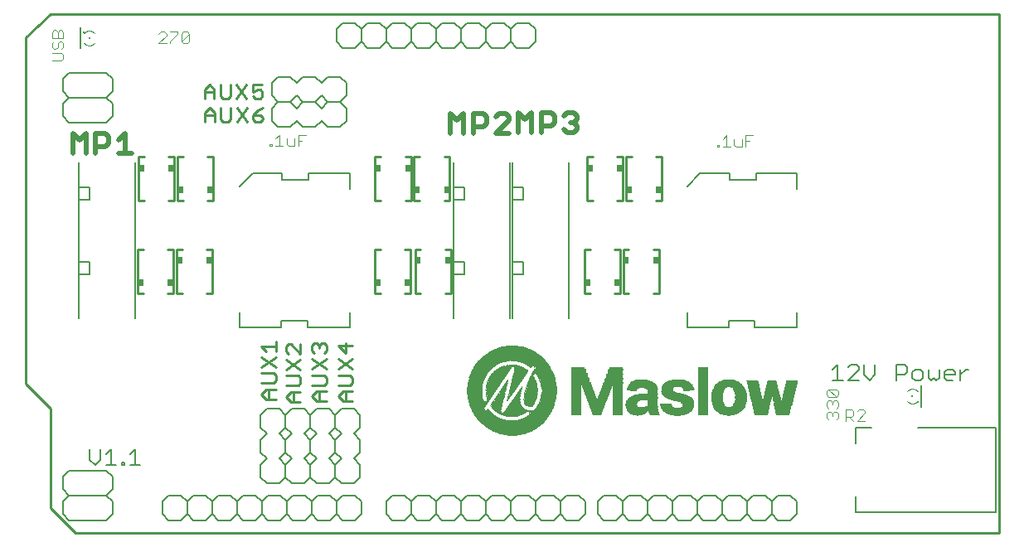
<source format=gto>
G75*
%MOIN*%
%OFA0B0*%
%FSLAX25Y25*%
%IPPOS*%
%LPD*%
%AMOC8*
5,1,8,0,0,1.08239X$1,22.5*
%
%ADD10C,0.01000*%
%ADD11R,0.03700X0.00100*%
%ADD12R,0.05300X0.00100*%
%ADD13R,0.06500X0.00100*%
%ADD14R,0.07500X0.00100*%
%ADD15R,0.08300X0.00100*%
%ADD16R,0.09200X0.00100*%
%ADD17R,0.09900X0.00100*%
%ADD18R,0.10500X0.00100*%
%ADD19R,0.11200X0.00100*%
%ADD20R,0.11900X0.00100*%
%ADD21R,0.12300X0.00100*%
%ADD22R,0.12900X0.00100*%
%ADD23R,0.13400X0.00100*%
%ADD24R,0.13900X0.00100*%
%ADD25R,0.14300X0.00100*%
%ADD26R,0.14900X0.00100*%
%ADD27R,0.15300X0.00100*%
%ADD28R,0.15700X0.00100*%
%ADD29R,0.16100X0.00100*%
%ADD30R,0.16500X0.00100*%
%ADD31R,0.16900X0.00100*%
%ADD32R,0.17200X0.00100*%
%ADD33R,0.17500X0.00100*%
%ADD34R,0.17900X0.00100*%
%ADD35R,0.18300X0.00100*%
%ADD36R,0.18600X0.00100*%
%ADD37R,0.18900X0.00100*%
%ADD38R,0.19300X0.00100*%
%ADD39R,0.19500X0.00100*%
%ADD40R,0.19900X0.00100*%
%ADD41R,0.20100X0.00100*%
%ADD42R,0.20500X0.00100*%
%ADD43R,0.20700X0.00100*%
%ADD44R,0.21000X0.00100*%
%ADD45R,0.21300X0.00100*%
%ADD46R,0.21500X0.00100*%
%ADD47R,0.21800X0.00100*%
%ADD48R,0.22100X0.00100*%
%ADD49R,0.22300X0.00100*%
%ADD50R,0.22500X0.00100*%
%ADD51R,0.22900X0.00100*%
%ADD52R,0.23100X0.00100*%
%ADD53R,0.23300X0.00100*%
%ADD54R,0.23500X0.00100*%
%ADD55R,0.23700X0.00100*%
%ADD56R,0.23900X0.00100*%
%ADD57R,0.24200X0.00100*%
%ADD58R,0.24500X0.00100*%
%ADD59R,0.24700X0.00100*%
%ADD60R,0.24900X0.00100*%
%ADD61R,0.25100X0.00100*%
%ADD62R,0.25300X0.00100*%
%ADD63R,0.25500X0.00100*%
%ADD64R,0.25700X0.00100*%
%ADD65R,0.25900X0.00100*%
%ADD66R,0.26100X0.00100*%
%ADD67R,0.26300X0.00100*%
%ADD68R,0.12200X0.00100*%
%ADD69R,0.11500X0.00100*%
%ADD70R,0.02600X0.00100*%
%ADD71R,0.11600X0.00100*%
%ADD72R,0.11000X0.00100*%
%ADD73R,0.00800X0.00100*%
%ADD74R,0.00700X0.00100*%
%ADD75R,0.10600X0.00100*%
%ADD76R,0.00400X0.00100*%
%ADD77R,0.10400X0.00100*%
%ADD78R,0.10100X0.00100*%
%ADD79R,0.00300X0.00100*%
%ADD80R,0.09700X0.00100*%
%ADD81R,0.09500X0.00100*%
%ADD82R,0.09600X0.00100*%
%ADD83R,0.09300X0.00100*%
%ADD84R,0.00200X0.00100*%
%ADD85R,0.09100X0.00100*%
%ADD86R,0.08900X0.00100*%
%ADD87R,0.08700X0.00100*%
%ADD88R,0.08800X0.00100*%
%ADD89R,0.08600X0.00100*%
%ADD90R,0.08500X0.00100*%
%ADD91R,0.00100X0.00100*%
%ADD92R,0.02500X0.00100*%
%ADD93R,0.08200X0.00100*%
%ADD94R,0.08100X0.00100*%
%ADD95R,0.00500X0.00100*%
%ADD96R,0.03100X0.00100*%
%ADD97R,0.08000X0.00100*%
%ADD98R,0.04100X0.00100*%
%ADD99R,0.05100X0.00100*%
%ADD100R,0.07800X0.00100*%
%ADD101R,0.05900X0.00100*%
%ADD102R,0.02900X0.00100*%
%ADD103R,0.01100X0.00100*%
%ADD104R,0.06300X0.00100*%
%ADD105R,0.02400X0.00100*%
%ADD106R,0.04400X0.00100*%
%ADD107R,0.07000X0.00100*%
%ADD108R,0.07900X0.00100*%
%ADD109R,0.03200X0.00100*%
%ADD110R,0.07600X0.00100*%
%ADD111R,0.03400X0.00100*%
%ADD112R,0.04000X0.00100*%
%ADD113R,0.03900X0.00100*%
%ADD114R,0.06100X0.00100*%
%ADD115R,0.04200X0.00100*%
%ADD116R,0.04900X0.00100*%
%ADD117R,0.03500X0.00100*%
%ADD118R,0.04500X0.00100*%
%ADD119R,0.06800X0.00100*%
%ADD120R,0.04300X0.00100*%
%ADD121R,0.05500X0.00100*%
%ADD122R,0.03600X0.00100*%
%ADD123R,0.07300X0.00100*%
%ADD124R,0.05400X0.00100*%
%ADD125R,0.07700X0.00100*%
%ADD126R,0.05700X0.00100*%
%ADD127R,0.03800X0.00100*%
%ADD128R,0.09000X0.00100*%
%ADD129R,0.05600X0.00100*%
%ADD130R,0.01200X0.00100*%
%ADD131R,0.06700X0.00100*%
%ADD132R,0.09400X0.00100*%
%ADD133R,0.07200X0.00100*%
%ADD134R,0.06900X0.00100*%
%ADD135R,0.08400X0.00100*%
%ADD136R,0.07100X0.00100*%
%ADD137R,0.10000X0.00100*%
%ADD138R,0.01400X0.00100*%
%ADD139R,0.10200X0.00100*%
%ADD140R,0.05800X0.00100*%
%ADD141R,0.01600X0.00100*%
%ADD142R,0.00600X0.00100*%
%ADD143R,0.10700X0.00100*%
%ADD144R,0.01700X0.00100*%
%ADD145R,0.18500X0.00100*%
%ADD146R,0.06000X0.00100*%
%ADD147R,0.01800X0.00100*%
%ADD148R,0.11400X0.00100*%
%ADD149R,0.00900X0.00100*%
%ADD150R,0.01900X0.00100*%
%ADD151R,0.04600X0.00100*%
%ADD152R,0.12500X0.00100*%
%ADD153R,0.10300X0.00100*%
%ADD154R,0.02300X0.00100*%
%ADD155R,0.04700X0.00100*%
%ADD156R,0.11700X0.00100*%
%ADD157R,0.05200X0.00100*%
%ADD158R,0.04800X0.00100*%
%ADD159R,0.06200X0.00100*%
%ADD160R,0.12000X0.00100*%
%ADD161R,0.10900X0.00100*%
%ADD162R,0.12600X0.00100*%
%ADD163R,0.11100X0.00100*%
%ADD164R,0.05000X0.00100*%
%ADD165R,0.11300X0.00100*%
%ADD166R,0.12700X0.00100*%
%ADD167R,0.12400X0.00100*%
%ADD168R,0.06400X0.00100*%
%ADD169R,0.06600X0.00100*%
%ADD170R,0.03000X0.00100*%
%ADD171R,0.12800X0.00100*%
%ADD172R,0.11800X0.00100*%
%ADD173R,0.01000X0.00100*%
%ADD174R,0.01500X0.00100*%
%ADD175R,0.02000X0.00100*%
%ADD176R,0.02700X0.00100*%
%ADD177R,0.02800X0.00100*%
%ADD178R,0.07400X0.00100*%
%ADD179R,0.03300X0.00100*%
%ADD180R,0.12100X0.00100*%
%ADD181R,0.01300X0.00100*%
%ADD182R,0.02100X0.00100*%
%ADD183R,0.09800X0.00100*%
%ADD184R,0.10800X0.00100*%
%ADD185R,0.02200X0.00100*%
%ADD186R,0.26500X0.00100*%
%ADD187R,0.26200X0.00100*%
%ADD188R,0.26000X0.00100*%
%ADD189R,0.25800X0.00100*%
%ADD190R,0.25600X0.00100*%
%ADD191R,0.25400X0.00100*%
%ADD192R,0.25200X0.00100*%
%ADD193R,0.25000X0.00100*%
%ADD194R,0.24800X0.00100*%
%ADD195R,0.24600X0.00100*%
%ADD196R,0.24300X0.00100*%
%ADD197R,0.24100X0.00100*%
%ADD198R,0.22700X0.00100*%
%ADD199R,0.21700X0.00100*%
%ADD200R,0.20900X0.00100*%
%ADD201R,0.20300X0.00100*%
%ADD202R,0.19700X0.00100*%
%ADD203R,0.19100X0.00100*%
%ADD204R,0.18200X0.00100*%
%ADD205R,0.17100X0.00100*%
%ADD206R,0.16700X0.00100*%
%ADD207R,0.16400X0.00100*%
%ADD208R,0.16000X0.00100*%
%ADD209R,0.15600X0.00100*%
%ADD210R,0.15100X0.00100*%
%ADD211R,0.14700X0.00100*%
%ADD212R,0.13800X0.00100*%
%ADD213R,0.13300X0.00100*%
%ADD214C,0.01100*%
%ADD215C,0.00600*%
%ADD216C,0.02000*%
%ADD217C,0.00400*%
%ADD218R,0.00787X0.00787*%
%ADD219R,0.00591X0.00984*%
%ADD220C,0.00500*%
%ADD221C,0.00800*%
%ADD222R,0.01969X0.02953*%
D10*
X0023777Y0020657D02*
X0033777Y0010657D01*
X0404978Y0010657D01*
X0404978Y0219319D01*
X0023777Y0219319D01*
X0023748Y0219267D01*
X0013777Y0209968D01*
X0013777Y0070657D01*
X0023777Y0060657D01*
X0023777Y0020657D01*
X0074490Y0106912D02*
X0075622Y0106921D01*
X0076754Y0106912D01*
X0074490Y0106912D02*
X0074490Y0124628D01*
X0076754Y0124628D01*
X0073169Y0124628D02*
X0073169Y0106912D01*
X0070906Y0106912D01*
X0061063Y0106912D02*
X0058799Y0106912D01*
X0058799Y0124628D01*
X0061063Y0124628D01*
X0086596Y0124628D02*
X0088860Y0124628D01*
X0088860Y0106912D01*
X0086596Y0106912D01*
X0061409Y0144112D02*
X0060277Y0144121D01*
X0059145Y0144112D01*
X0059145Y0161828D01*
X0061409Y0161828D01*
X0071251Y0161828D02*
X0073515Y0161828D01*
X0073515Y0144112D01*
X0071251Y0144112D01*
X0074713Y0144112D02*
X0076977Y0144112D01*
X0074713Y0144112D02*
X0074713Y0161828D01*
X0076977Y0161828D01*
X0089083Y0161828D02*
X0089083Y0144112D01*
X0086820Y0144112D01*
X0154298Y0144112D02*
X0154298Y0161828D01*
X0156561Y0161828D01*
X0166404Y0161828D02*
X0168668Y0161828D01*
X0168668Y0144112D01*
X0166404Y0144112D01*
X0169902Y0144112D02*
X0172166Y0144112D01*
X0169902Y0144112D02*
X0169902Y0161828D01*
X0172166Y0161828D01*
X0184272Y0161828D02*
X0184272Y0144112D01*
X0182008Y0144112D01*
X0182447Y0124628D02*
X0184711Y0124628D01*
X0184711Y0106912D01*
X0182447Y0106912D01*
X0170341Y0106912D02*
X0170341Y0124628D01*
X0172605Y0124628D01*
X0168441Y0124628D02*
X0168441Y0106912D01*
X0166178Y0106912D01*
X0156335Y0106912D02*
X0154071Y0106912D01*
X0154071Y0124628D01*
X0156335Y0124628D01*
X0238444Y0124628D02*
X0238444Y0106912D01*
X0240708Y0106912D01*
X0250550Y0106912D02*
X0252814Y0106912D01*
X0252814Y0124628D01*
X0253970Y0124628D02*
X0256234Y0124628D01*
X0253970Y0124628D02*
X0253970Y0106912D01*
X0266077Y0106912D02*
X0268340Y0106912D01*
X0268340Y0124628D01*
X0266077Y0124628D01*
X0240708Y0124628D02*
X0238444Y0124628D01*
X0239394Y0144112D02*
X0239394Y0161828D01*
X0241658Y0161828D01*
X0251500Y0161828D02*
X0253764Y0161828D01*
X0253764Y0144112D01*
X0251500Y0144112D01*
X0255067Y0144112D02*
X0257330Y0144112D01*
X0255067Y0144112D02*
X0255067Y0161828D01*
X0257330Y0161828D01*
X0269437Y0161828D02*
X0269437Y0144112D01*
X0267173Y0144112D01*
X0252814Y0124628D02*
X0251682Y0124619D01*
X0250550Y0124628D01*
X0241658Y0144112D02*
X0240526Y0144121D01*
X0239394Y0144112D01*
X0168442Y0124628D02*
X0167310Y0124619D01*
X0166178Y0124628D01*
X0156562Y0144112D02*
X0155430Y0144121D01*
X0154298Y0144112D01*
X0073169Y0124628D02*
X0072037Y0124619D01*
X0070905Y0124628D01*
X0170341Y0106912D02*
X0171473Y0106921D01*
X0172605Y0106912D01*
X0253970Y0106912D02*
X0255102Y0106921D01*
X0256234Y0106912D01*
X0267173Y0161828D02*
X0268305Y0161819D01*
X0269437Y0161828D01*
X0184272Y0161828D02*
X0183140Y0161819D01*
X0182008Y0161828D01*
X0089084Y0161828D02*
X0087952Y0161819D01*
X0086820Y0161828D01*
D11*
X0207318Y0077084D03*
X0212418Y0076584D03*
X0212618Y0076484D03*
X0211618Y0072084D03*
X0211318Y0071484D03*
X0217518Y0069684D03*
X0210918Y0062484D03*
X0210818Y0062384D03*
X0203918Y0063184D03*
X0203718Y0062884D03*
X0200918Y0067684D03*
X0209318Y0049684D03*
X0243518Y0058384D03*
X0313918Y0071184D03*
X0313918Y0071284D03*
X0313918Y0071384D03*
D12*
X0313918Y0067984D03*
X0313918Y0067884D03*
X0313918Y0067784D03*
X0313918Y0067684D03*
X0318218Y0058084D03*
X0318218Y0057984D03*
X0309618Y0057984D03*
X0309618Y0058084D03*
X0300018Y0060784D03*
X0279918Y0062784D03*
X0279718Y0060784D03*
X0275718Y0057884D03*
X0272018Y0067184D03*
X0276018Y0071784D03*
X0279618Y0069184D03*
X0265118Y0068784D03*
X0258418Y0068884D03*
X0243518Y0060484D03*
X0259818Y0058284D03*
X0217018Y0065984D03*
X0212918Y0074884D03*
X0213118Y0075184D03*
X0213018Y0075284D03*
X0213218Y0075484D03*
X0213218Y0075684D03*
X0209318Y0077484D03*
X0205318Y0075384D03*
X0205218Y0075284D03*
X0202318Y0070984D03*
X0202218Y0070584D03*
X0202018Y0070484D03*
X0195418Y0060584D03*
X0195418Y0060484D03*
X0195618Y0060184D03*
X0195718Y0059984D03*
X0195818Y0059684D03*
X0209318Y0049784D03*
D13*
X0209318Y0049884D03*
X0222718Y0060784D03*
X0222818Y0060984D03*
X0222918Y0061184D03*
X0222918Y0061384D03*
X0243518Y0062084D03*
X0250618Y0073884D03*
X0250618Y0073984D03*
X0250618Y0074084D03*
X0236418Y0074084D03*
X0236418Y0074184D03*
X0236418Y0073984D03*
X0223218Y0073184D03*
X0223118Y0073384D03*
X0223018Y0073784D03*
X0222918Y0073984D03*
X0221918Y0076184D03*
X0221818Y0076284D03*
X0195818Y0074084D03*
X0195718Y0073984D03*
X0195418Y0073184D03*
X0195118Y0063084D03*
X0296618Y0058284D03*
D14*
X0309518Y0062684D03*
X0309518Y0062784D03*
X0309518Y0062884D03*
X0309518Y0062984D03*
X0318318Y0062984D03*
X0318318Y0062884D03*
X0318318Y0062784D03*
X0296618Y0071184D03*
X0259818Y0059084D03*
X0243518Y0063384D03*
X0243518Y0063484D03*
X0250118Y0071184D03*
X0250118Y0071284D03*
X0250118Y0071384D03*
X0236918Y0071384D03*
X0236918Y0071484D03*
X0221818Y0075384D03*
X0197618Y0076784D03*
X0197518Y0076684D03*
X0197418Y0076584D03*
X0195718Y0062784D03*
X0195818Y0062684D03*
X0197718Y0058284D03*
X0209318Y0057984D03*
X0221718Y0059584D03*
X0209318Y0049984D03*
D15*
X0209318Y0050084D03*
X0219718Y0057084D03*
X0219818Y0057184D03*
X0220718Y0058484D03*
X0220818Y0058684D03*
X0211218Y0059684D03*
X0210518Y0058784D03*
X0210418Y0058684D03*
X0210218Y0058584D03*
X0198918Y0057084D03*
X0198818Y0057184D03*
X0198618Y0077784D03*
X0198718Y0077884D03*
X0209318Y0085184D03*
X0219918Y0077884D03*
X0263718Y0065984D03*
X0296618Y0070984D03*
D16*
X0277368Y0064084D03*
X0274668Y0065884D03*
X0263268Y0065784D03*
X0218768Y0056384D03*
X0209368Y0050184D03*
X0199868Y0056384D03*
X0199768Y0078684D03*
D17*
X0200418Y0079084D03*
X0218218Y0079084D03*
X0218118Y0055984D03*
X0209318Y0050284D03*
X0200518Y0055984D03*
X0275418Y0065384D03*
X0275718Y0065184D03*
X0275818Y0065084D03*
X0276118Y0064884D03*
X0276318Y0064784D03*
X0276418Y0064684D03*
X0296618Y0059384D03*
X0296618Y0070384D03*
D18*
X0296618Y0070084D03*
X0296618Y0059684D03*
X0275818Y0059084D03*
X0209318Y0050384D03*
X0209318Y0084884D03*
D19*
X0261668Y0069684D03*
X0262268Y0064884D03*
X0275768Y0059384D03*
X0275968Y0070184D03*
X0209368Y0050484D03*
D20*
X0209318Y0050584D03*
X0261918Y0064284D03*
X0261718Y0068984D03*
X0275818Y0059784D03*
X0296618Y0060584D03*
D21*
X0275818Y0060084D03*
X0209318Y0050684D03*
X0209318Y0084584D03*
D22*
X0209318Y0050784D03*
X0275818Y0060584D03*
D23*
X0209368Y0050884D03*
D24*
X0209318Y0050984D03*
D25*
X0209318Y0051084D03*
X0209318Y0084184D03*
D26*
X0209318Y0051184D03*
D27*
X0209318Y0051284D03*
D28*
X0209318Y0051384D03*
D29*
X0209318Y0051484D03*
D30*
X0209318Y0051584D03*
D31*
X0209318Y0051684D03*
D32*
X0209368Y0051784D03*
D33*
X0209318Y0051884D03*
X0209318Y0083384D03*
D34*
X0209318Y0083284D03*
X0209318Y0051984D03*
D35*
X0209318Y0052084D03*
D36*
X0209368Y0052184D03*
X0216068Y0059484D03*
D37*
X0209318Y0052284D03*
X0209318Y0082984D03*
D38*
X0209318Y0052384D03*
D39*
X0209318Y0052484D03*
X0209318Y0082784D03*
D40*
X0209318Y0052584D03*
D41*
X0209318Y0052684D03*
X0209318Y0082584D03*
D42*
X0209318Y0052784D03*
D43*
X0209318Y0052884D03*
X0209318Y0082384D03*
D44*
X0209368Y0052984D03*
D45*
X0209318Y0053084D03*
X0209318Y0082184D03*
D46*
X0209318Y0082084D03*
X0209318Y0053184D03*
D47*
X0209368Y0053284D03*
D48*
X0209318Y0053384D03*
X0209318Y0081884D03*
D49*
X0209318Y0081784D03*
X0209318Y0053484D03*
D50*
X0209318Y0053584D03*
X0209318Y0081684D03*
D51*
X0209318Y0053684D03*
D52*
X0209318Y0053784D03*
X0209318Y0081484D03*
D53*
X0209318Y0081384D03*
X0209318Y0053884D03*
D54*
X0209318Y0053984D03*
X0209318Y0081284D03*
D55*
X0209318Y0081184D03*
X0209318Y0054084D03*
D56*
X0209318Y0054184D03*
X0209318Y0081084D03*
D57*
X0209368Y0054284D03*
D58*
X0209318Y0054384D03*
D59*
X0209318Y0054484D03*
D60*
X0209318Y0054584D03*
D61*
X0209318Y0054684D03*
D62*
X0209318Y0054784D03*
D63*
X0209318Y0054884D03*
D64*
X0209318Y0054984D03*
D65*
X0209318Y0055084D03*
D66*
X0209318Y0055184D03*
D67*
X0209318Y0055284D03*
X0209318Y0079884D03*
D68*
X0202268Y0055384D03*
X0216468Y0055384D03*
X0261768Y0063884D03*
X0261768Y0063984D03*
X0275768Y0059984D03*
X0275968Y0069484D03*
X0275968Y0069584D03*
D69*
X0275818Y0059584D03*
X0262118Y0064684D03*
X0261718Y0069384D03*
X0261718Y0069484D03*
X0296618Y0069484D03*
X0296618Y0060284D03*
X0201818Y0055484D03*
D70*
X0203568Y0060084D03*
X0204868Y0065384D03*
X0205068Y0065684D03*
X0204968Y0065784D03*
X0205168Y0066084D03*
X0200468Y0066184D03*
X0200368Y0065984D03*
X0210268Y0069384D03*
X0210468Y0069684D03*
X0211368Y0063984D03*
X0211168Y0063684D03*
X0209368Y0055484D03*
X0217568Y0071284D03*
X0211368Y0077284D03*
X0261468Y0071984D03*
D71*
X0262068Y0064584D03*
X0275968Y0069984D03*
X0216868Y0055484D03*
D72*
X0217168Y0055584D03*
X0201468Y0055584D03*
X0201268Y0079484D03*
X0217368Y0079484D03*
X0261668Y0069884D03*
X0275968Y0070284D03*
X0275768Y0059284D03*
X0296568Y0069784D03*
D73*
X0259868Y0057684D03*
X0217868Y0059684D03*
X0209368Y0057284D03*
X0207668Y0055584D03*
X0208568Y0065484D03*
X0208468Y0065584D03*
X0208668Y0065884D03*
X0212368Y0066884D03*
X0212568Y0066984D03*
X0206968Y0069884D03*
X0206868Y0069984D03*
X0207068Y0070284D03*
X0206768Y0069584D03*
X0200068Y0064184D03*
X0200068Y0063984D03*
D74*
X0200018Y0064084D03*
X0199718Y0063284D03*
X0208318Y0065284D03*
X0212418Y0066784D03*
X0212618Y0067084D03*
X0212518Y0067284D03*
X0217518Y0073284D03*
X0216818Y0077384D03*
X0215918Y0059684D03*
X0210818Y0057284D03*
X0211018Y0055584D03*
X0207818Y0057284D03*
D75*
X0201168Y0055684D03*
X0217468Y0055684D03*
X0262568Y0065284D03*
X0261668Y0070184D03*
X0275968Y0070484D03*
D76*
X0296568Y0060684D03*
X0217468Y0061384D03*
X0212268Y0057584D03*
X0211468Y0057384D03*
X0211568Y0055684D03*
X0212068Y0055784D03*
X0212468Y0055884D03*
X0207068Y0055684D03*
X0206568Y0055784D03*
X0206168Y0055884D03*
X0199868Y0059684D03*
X0199668Y0063384D03*
X0208268Y0064984D03*
X0212668Y0067384D03*
X0212968Y0067784D03*
X0207168Y0070484D03*
X0207268Y0070884D03*
X0207468Y0071184D03*
X0205968Y0077384D03*
X0207468Y0077784D03*
X0212268Y0079284D03*
X0212968Y0079084D03*
X0216868Y0077284D03*
X0216968Y0077184D03*
X0217868Y0077584D03*
X0217868Y0074284D03*
X0217568Y0073684D03*
D77*
X0217868Y0079284D03*
X0200768Y0079284D03*
X0200968Y0055784D03*
X0217668Y0055784D03*
X0261668Y0070284D03*
X0275968Y0070584D03*
D78*
X0276018Y0070684D03*
X0262818Y0065484D03*
X0296618Y0070284D03*
X0296618Y0059484D03*
X0217918Y0055884D03*
X0200718Y0055884D03*
X0200618Y0079184D03*
D79*
X0204618Y0078684D03*
X0205118Y0078884D03*
X0205418Y0078984D03*
X0205718Y0079084D03*
X0206018Y0079184D03*
X0206418Y0079284D03*
X0206618Y0077584D03*
X0206218Y0077484D03*
X0205418Y0077184D03*
X0209518Y0077184D03*
X0210018Y0077184D03*
X0212018Y0077584D03*
X0212418Y0077484D03*
X0212718Y0077384D03*
X0213218Y0078984D03*
X0213518Y0078884D03*
X0213818Y0078784D03*
X0214018Y0078684D03*
X0212618Y0079184D03*
X0207518Y0071084D03*
X0207318Y0070784D03*
X0208218Y0064884D03*
X0208118Y0064684D03*
X0208118Y0064484D03*
X0207918Y0064384D03*
X0207818Y0064284D03*
X0212818Y0067684D03*
X0215618Y0061484D03*
X0214818Y0059984D03*
X0215418Y0059784D03*
X0213118Y0057884D03*
X0211918Y0057484D03*
X0212818Y0055984D03*
X0213118Y0056084D03*
X0213418Y0056184D03*
X0213918Y0056384D03*
X0206718Y0057484D03*
X0206418Y0057584D03*
X0205518Y0057884D03*
X0204718Y0056384D03*
X0205218Y0056184D03*
X0205518Y0056084D03*
X0205818Y0055984D03*
X0198718Y0063084D03*
X0198418Y0063184D03*
X0297318Y0069084D03*
D80*
X0296618Y0059284D03*
X0276718Y0064484D03*
X0275118Y0065584D03*
X0218318Y0056084D03*
X0209318Y0058484D03*
X0200318Y0056084D03*
X0200218Y0078984D03*
X0218418Y0078984D03*
D81*
X0218618Y0078884D03*
X0200218Y0056184D03*
X0274918Y0065684D03*
X0277018Y0064284D03*
X0296618Y0059184D03*
D82*
X0296568Y0070484D03*
X0275968Y0070884D03*
X0276868Y0064384D03*
X0275768Y0058784D03*
X0263068Y0065684D03*
X0261668Y0070684D03*
X0218468Y0056184D03*
X0200068Y0078884D03*
D83*
X0218918Y0078684D03*
X0220618Y0059284D03*
X0218618Y0056284D03*
X0209318Y0058384D03*
X0200018Y0056284D03*
X0261618Y0070784D03*
X0274818Y0065784D03*
X0277218Y0064184D03*
X0276018Y0070984D03*
X0296618Y0070584D03*
X0296618Y0059084D03*
D84*
X0297368Y0060884D03*
X0297568Y0060984D03*
X0295868Y0060884D03*
X0295668Y0060984D03*
X0295868Y0069084D03*
X0297568Y0068984D03*
X0219268Y0074284D03*
X0218368Y0074384D03*
X0215668Y0075784D03*
X0215268Y0076084D03*
X0214968Y0076284D03*
X0214768Y0076384D03*
X0214468Y0076584D03*
X0214268Y0076684D03*
X0214068Y0076784D03*
X0213868Y0076884D03*
X0213668Y0076984D03*
X0213468Y0077084D03*
X0213268Y0077184D03*
X0212968Y0077284D03*
X0214268Y0078584D03*
X0214468Y0078484D03*
X0214668Y0078384D03*
X0214868Y0078284D03*
X0215068Y0078184D03*
X0215268Y0078084D03*
X0215568Y0077884D03*
X0215768Y0077784D03*
X0215868Y0077684D03*
X0216068Y0077584D03*
X0216468Y0077284D03*
X0217368Y0077384D03*
X0218168Y0077484D03*
X0213468Y0068984D03*
X0213368Y0068784D03*
X0213268Y0068584D03*
X0213168Y0068184D03*
X0212968Y0067984D03*
X0208068Y0064584D03*
X0207668Y0063684D03*
X0202668Y0059584D03*
X0203168Y0059184D03*
X0203468Y0058984D03*
X0203768Y0058784D03*
X0204068Y0058584D03*
X0204268Y0058484D03*
X0204668Y0058284D03*
X0204868Y0058184D03*
X0205068Y0058084D03*
X0205268Y0057984D03*
X0205768Y0057784D03*
X0206068Y0057684D03*
X0205768Y0058584D03*
X0206068Y0058684D03*
X0205468Y0058684D03*
X0205268Y0058784D03*
X0204268Y0056584D03*
X0204468Y0056484D03*
X0204068Y0056684D03*
X0203868Y0056784D03*
X0203668Y0056884D03*
X0203468Y0056984D03*
X0203268Y0057084D03*
X0202968Y0057284D03*
X0202668Y0057484D03*
X0202368Y0057684D03*
X0201968Y0057984D03*
X0201368Y0058484D03*
X0199868Y0059784D03*
X0199868Y0059984D03*
X0199468Y0059684D03*
X0198668Y0059684D03*
X0198968Y0063184D03*
X0199168Y0063284D03*
X0204968Y0056284D03*
X0212568Y0057684D03*
X0212868Y0057784D03*
X0213368Y0057984D03*
X0213568Y0058084D03*
X0213768Y0058184D03*
X0214368Y0058484D03*
X0214568Y0058584D03*
X0214868Y0058784D03*
X0215068Y0058884D03*
X0215368Y0059084D03*
X0216168Y0059084D03*
X0215068Y0059884D03*
X0214568Y0060084D03*
X0214268Y0060284D03*
X0215068Y0061784D03*
X0215368Y0061584D03*
X0218368Y0059784D03*
X0218568Y0059884D03*
X0215968Y0057484D03*
X0215668Y0057284D03*
X0215368Y0057084D03*
X0215168Y0056984D03*
X0214968Y0056884D03*
X0214768Y0056784D03*
X0214568Y0056684D03*
X0214368Y0056584D03*
X0214168Y0056484D03*
X0213668Y0056284D03*
X0207368Y0070984D03*
X0207768Y0071784D03*
X0207768Y0071884D03*
X0202068Y0074984D03*
X0202868Y0075684D03*
X0203268Y0075984D03*
X0203568Y0076184D03*
X0203668Y0076284D03*
X0203868Y0076384D03*
X0204168Y0076584D03*
X0204368Y0076684D03*
X0204568Y0076784D03*
X0204768Y0076884D03*
X0204968Y0076984D03*
X0205168Y0077084D03*
X0205668Y0077284D03*
X0204868Y0078784D03*
X0204368Y0078584D03*
X0204168Y0078484D03*
X0203968Y0078384D03*
X0203768Y0078284D03*
X0203568Y0078184D03*
X0203268Y0077984D03*
X0203068Y0077884D03*
X0202768Y0077684D03*
X0202468Y0077484D03*
X0202168Y0077284D03*
X0202068Y0077184D03*
X0201568Y0076784D03*
D85*
X0199618Y0078584D03*
X0209318Y0085084D03*
X0219018Y0078584D03*
X0220718Y0059184D03*
X0218918Y0056484D03*
X0199718Y0056484D03*
X0296618Y0070684D03*
D86*
X0296618Y0070784D03*
X0296618Y0058984D03*
X0277518Y0063984D03*
X0276018Y0071084D03*
X0219318Y0078384D03*
X0199318Y0078384D03*
X0209318Y0058284D03*
X0219118Y0056584D03*
X0199518Y0056584D03*
D87*
X0199418Y0056684D03*
X0199318Y0056784D03*
X0210918Y0059184D03*
X0219318Y0056784D03*
X0199218Y0078284D03*
X0261618Y0070984D03*
X0296618Y0058884D03*
D88*
X0274268Y0066084D03*
X0263468Y0065884D03*
X0220768Y0059084D03*
X0219268Y0056684D03*
X0211368Y0059584D03*
X0211168Y0059284D03*
X0219468Y0078284D03*
D89*
X0219568Y0078184D03*
X0199068Y0078184D03*
X0220768Y0058984D03*
X0219468Y0056884D03*
X0199168Y0056884D03*
X0275768Y0058484D03*
X0277768Y0063884D03*
X0275968Y0071184D03*
D90*
X0274118Y0066184D03*
X0261618Y0071084D03*
X0296618Y0070884D03*
X0220818Y0058884D03*
X0220718Y0058784D03*
X0219618Y0056984D03*
X0210918Y0059084D03*
X0209318Y0058184D03*
X0199018Y0056984D03*
X0198818Y0077984D03*
X0198918Y0078084D03*
X0219718Y0078084D03*
D91*
X0218618Y0077084D03*
X0218618Y0076984D03*
X0218518Y0077184D03*
X0218618Y0076384D03*
X0218518Y0076184D03*
X0218418Y0075984D03*
X0218318Y0075884D03*
X0218318Y0075784D03*
X0218218Y0075684D03*
X0218118Y0075484D03*
X0218018Y0075284D03*
X0217918Y0075084D03*
X0217818Y0074884D03*
X0217718Y0074684D03*
X0217618Y0074484D03*
X0217518Y0074284D03*
X0217418Y0074084D03*
X0217318Y0073884D03*
X0217218Y0073684D03*
X0217118Y0073484D03*
X0217018Y0073284D03*
X0216918Y0073084D03*
X0216818Y0072884D03*
X0216718Y0072684D03*
X0216718Y0072584D03*
X0216618Y0072484D03*
X0216618Y0072384D03*
X0216518Y0072184D03*
X0216418Y0071984D03*
X0216318Y0071784D03*
X0216318Y0071684D03*
X0216218Y0071484D03*
X0216118Y0071284D03*
X0216018Y0071084D03*
X0216018Y0070984D03*
X0215918Y0070784D03*
X0215918Y0070684D03*
X0215818Y0070584D03*
X0215818Y0070484D03*
X0215718Y0070284D03*
X0215718Y0070184D03*
X0215618Y0069984D03*
X0215618Y0069884D03*
X0215518Y0069784D03*
X0215518Y0069684D03*
X0215418Y0069484D03*
X0215418Y0069384D03*
X0215318Y0069184D03*
X0215318Y0069084D03*
X0215218Y0068884D03*
X0215218Y0068784D03*
X0215118Y0068584D03*
X0215118Y0068484D03*
X0215018Y0068284D03*
X0215018Y0068184D03*
X0214918Y0067984D03*
X0214918Y0067884D03*
X0214918Y0067784D03*
X0214818Y0067584D03*
X0214818Y0067484D03*
X0214718Y0067284D03*
X0214718Y0067184D03*
X0214718Y0067084D03*
X0214618Y0066884D03*
X0214618Y0066784D03*
X0214618Y0066684D03*
X0214518Y0066484D03*
X0214518Y0066384D03*
X0214518Y0066284D03*
X0214418Y0065884D03*
X0214418Y0065784D03*
X0214418Y0065684D03*
X0214318Y0065384D03*
X0214318Y0065284D03*
X0214318Y0065184D03*
X0214318Y0065084D03*
X0214318Y0064984D03*
X0214318Y0064884D03*
X0214218Y0064384D03*
X0214218Y0064284D03*
X0214218Y0064184D03*
X0214218Y0064084D03*
X0214218Y0063984D03*
X0214218Y0063884D03*
X0214318Y0063384D03*
X0214318Y0063284D03*
X0214318Y0063184D03*
X0214318Y0063084D03*
X0214418Y0062784D03*
X0214418Y0062684D03*
X0214518Y0062484D03*
X0214618Y0062284D03*
X0214718Y0062184D03*
X0214818Y0061984D03*
X0214918Y0061884D03*
X0215218Y0061684D03*
X0214018Y0060484D03*
X0214118Y0060384D03*
X0214418Y0060184D03*
X0213718Y0060784D03*
X0213618Y0060884D03*
X0213518Y0060984D03*
X0213418Y0061084D03*
X0213318Y0061284D03*
X0213218Y0061384D03*
X0213118Y0061584D03*
X0213018Y0061784D03*
X0212918Y0061984D03*
X0212918Y0062084D03*
X0212818Y0062284D03*
X0212818Y0062384D03*
X0212718Y0062584D03*
X0212718Y0062684D03*
X0212718Y0062784D03*
X0212718Y0062884D03*
X0212618Y0063184D03*
X0212618Y0063284D03*
X0212618Y0063384D03*
X0212618Y0063484D03*
X0212618Y0063584D03*
X0212618Y0063684D03*
X0212618Y0063784D03*
X0212618Y0064484D03*
X0212618Y0064584D03*
X0212618Y0064684D03*
X0212618Y0064784D03*
X0212618Y0064884D03*
X0212618Y0064984D03*
X0212618Y0065084D03*
X0212618Y0065184D03*
X0212718Y0065584D03*
X0212718Y0065684D03*
X0212718Y0065784D03*
X0212718Y0065884D03*
X0212818Y0066184D03*
X0212818Y0066284D03*
X0212818Y0066384D03*
X0212918Y0066784D03*
X0212918Y0066884D03*
X0213018Y0067184D03*
X0213018Y0067284D03*
X0213018Y0067384D03*
X0213118Y0067584D03*
X0213118Y0067684D03*
X0213218Y0067984D03*
X0213218Y0068084D03*
X0213018Y0068084D03*
X0212918Y0068184D03*
X0212818Y0068084D03*
X0212718Y0067984D03*
X0212618Y0067784D03*
X0212518Y0067684D03*
X0212418Y0067484D03*
X0212318Y0067384D03*
X0212218Y0067184D03*
X0212118Y0067084D03*
X0212018Y0066984D03*
X0211918Y0066784D03*
X0211818Y0066684D03*
X0211718Y0066484D03*
X0211618Y0066384D03*
X0211518Y0066184D03*
X0211418Y0066084D03*
X0211318Y0065984D03*
X0211218Y0065784D03*
X0211118Y0065684D03*
X0211018Y0065484D03*
X0210918Y0065384D03*
X0210818Y0065284D03*
X0210818Y0065184D03*
X0210718Y0065084D03*
X0210618Y0064984D03*
X0210518Y0064784D03*
X0210418Y0064684D03*
X0210318Y0064484D03*
X0210218Y0064384D03*
X0210118Y0064284D03*
X0210118Y0064184D03*
X0210018Y0064084D03*
X0209918Y0063984D03*
X0209818Y0063784D03*
X0209718Y0063684D03*
X0209618Y0063484D03*
X0209518Y0063384D03*
X0209418Y0063284D03*
X0209318Y0063084D03*
X0209218Y0062984D03*
X0209118Y0062784D03*
X0209018Y0062684D03*
X0208918Y0062584D03*
X0208918Y0062484D03*
X0208818Y0062384D03*
X0208718Y0062284D03*
X0208618Y0062084D03*
X0208518Y0061984D03*
X0208418Y0061784D03*
X0208318Y0061684D03*
X0208218Y0061584D03*
X0208218Y0061484D03*
X0208118Y0061384D03*
X0208018Y0061284D03*
X0207918Y0061084D03*
X0207818Y0060984D03*
X0207718Y0060784D03*
X0207618Y0060684D03*
X0207518Y0060584D03*
X0207418Y0060384D03*
X0207318Y0060284D03*
X0207218Y0060084D03*
X0207118Y0059984D03*
X0207018Y0059784D03*
X0206918Y0059684D03*
X0206818Y0059584D03*
X0206718Y0059384D03*
X0206618Y0059284D03*
X0206518Y0059084D03*
X0206418Y0058984D03*
X0206318Y0058884D03*
X0206218Y0058784D03*
X0205118Y0058884D03*
X0205018Y0059084D03*
X0204918Y0059284D03*
X0204918Y0059384D03*
X0204918Y0059484D03*
X0204918Y0059584D03*
X0205018Y0059884D03*
X0205018Y0059984D03*
X0205018Y0060084D03*
X0205118Y0060284D03*
X0205118Y0060384D03*
X0205118Y0060484D03*
X0205218Y0060784D03*
X0205218Y0060884D03*
X0205318Y0061184D03*
X0205318Y0061284D03*
X0205318Y0061384D03*
X0205418Y0061584D03*
X0205418Y0061684D03*
X0205518Y0061984D03*
X0205518Y0062084D03*
X0205518Y0062184D03*
X0205618Y0062384D03*
X0205618Y0062484D03*
X0205618Y0062584D03*
X0205718Y0062884D03*
X0205718Y0062984D03*
X0205818Y0063284D03*
X0205818Y0063384D03*
X0205918Y0063684D03*
X0205918Y0063784D03*
X0205918Y0063884D03*
X0206018Y0064084D03*
X0206018Y0064184D03*
X0206018Y0064284D03*
X0206118Y0064484D03*
X0206118Y0064584D03*
X0206118Y0064684D03*
X0206218Y0064984D03*
X0206218Y0065084D03*
X0206318Y0065384D03*
X0206318Y0065484D03*
X0206318Y0065584D03*
X0206418Y0065784D03*
X0206418Y0065884D03*
X0206518Y0066284D03*
X0206518Y0066384D03*
X0206618Y0066584D03*
X0206618Y0066684D03*
X0206618Y0066784D03*
X0206718Y0067084D03*
X0206718Y0067184D03*
X0206818Y0067484D03*
X0206818Y0067584D03*
X0206918Y0067884D03*
X0206918Y0067984D03*
X0206918Y0068084D03*
X0207018Y0068284D03*
X0207018Y0068384D03*
X0207118Y0068784D03*
X0207118Y0068884D03*
X0207218Y0069184D03*
X0207218Y0069284D03*
X0207218Y0069384D03*
X0207318Y0069584D03*
X0207318Y0069684D03*
X0207418Y0069984D03*
X0207418Y0070084D03*
X0207418Y0070184D03*
X0207518Y0070384D03*
X0207518Y0070484D03*
X0207518Y0070584D03*
X0207618Y0070884D03*
X0207618Y0070984D03*
X0207718Y0071284D03*
X0207718Y0071384D03*
X0207718Y0071484D03*
X0207718Y0071584D03*
X0207818Y0071684D03*
X0207618Y0071684D03*
X0207518Y0071584D03*
X0207518Y0071484D03*
X0207418Y0071384D03*
X0207518Y0071284D03*
X0207318Y0071284D03*
X0207218Y0071084D03*
X0207118Y0070984D03*
X0207018Y0070784D03*
X0206918Y0070684D03*
X0206818Y0070484D03*
X0206718Y0070384D03*
X0206618Y0070184D03*
X0206518Y0070084D03*
X0206418Y0069884D03*
X0206318Y0069784D03*
X0206218Y0069584D03*
X0206118Y0069484D03*
X0206018Y0069284D03*
X0205918Y0069184D03*
X0205818Y0068984D03*
X0205718Y0068884D03*
X0205618Y0068684D03*
X0205518Y0068584D03*
X0205418Y0068384D03*
X0205318Y0068284D03*
X0205218Y0068084D03*
X0205118Y0067984D03*
X0205018Y0067784D03*
X0204918Y0067684D03*
X0204818Y0067484D03*
X0204718Y0067384D03*
X0204618Y0067184D03*
X0204518Y0067084D03*
X0204418Y0066884D03*
X0204318Y0066784D03*
X0204218Y0066584D03*
X0204118Y0066484D03*
X0204018Y0066284D03*
X0203918Y0066184D03*
X0203818Y0065984D03*
X0203718Y0065884D03*
X0203618Y0065684D03*
X0203518Y0065584D03*
X0203418Y0065384D03*
X0203318Y0065284D03*
X0203218Y0065084D03*
X0203118Y0064984D03*
X0203018Y0064884D03*
X0203018Y0064784D03*
X0202918Y0064684D03*
X0202818Y0064584D03*
X0202818Y0064484D03*
X0202718Y0064384D03*
X0202618Y0064184D03*
X0202518Y0064084D03*
X0202418Y0063984D03*
X0202418Y0063884D03*
X0202318Y0063784D03*
X0202218Y0063684D03*
X0202218Y0063584D03*
X0202118Y0063484D03*
X0202018Y0063384D03*
X0202018Y0063284D03*
X0201918Y0063184D03*
X0201818Y0063084D03*
X0201818Y0062984D03*
X0201718Y0062884D03*
X0201618Y0062784D03*
X0201518Y0062584D03*
X0201418Y0062484D03*
X0201318Y0062284D03*
X0201218Y0062184D03*
X0201118Y0061984D03*
X0201018Y0061884D03*
X0200918Y0061684D03*
X0200918Y0061484D03*
X0201018Y0061284D03*
X0201118Y0061184D03*
X0201218Y0061084D03*
X0201418Y0060784D03*
X0201518Y0060684D03*
X0201618Y0060584D03*
X0201718Y0060484D03*
X0201818Y0060384D03*
X0201918Y0060284D03*
X0202018Y0060184D03*
X0202118Y0060084D03*
X0202218Y0059984D03*
X0202318Y0059884D03*
X0202418Y0059784D03*
X0202518Y0059684D03*
X0202818Y0059484D03*
X0202918Y0059384D03*
X0203018Y0059284D03*
X0203318Y0059084D03*
X0203618Y0058884D03*
X0203918Y0058684D03*
X0204418Y0058384D03*
X0203118Y0057184D03*
X0202818Y0057384D03*
X0202518Y0057584D03*
X0202218Y0057784D03*
X0202118Y0057884D03*
X0201818Y0058084D03*
X0201718Y0058184D03*
X0201618Y0058284D03*
X0201218Y0058584D03*
X0201118Y0058684D03*
X0201018Y0058784D03*
X0200918Y0058884D03*
X0200818Y0058984D03*
X0200718Y0059084D03*
X0200618Y0059184D03*
X0200518Y0059284D03*
X0200418Y0059384D03*
X0200218Y0059684D03*
X0200118Y0059784D03*
X0200018Y0059884D03*
X0199818Y0060084D03*
X0199718Y0059884D03*
X0199618Y0059784D03*
X0198518Y0059784D03*
X0198418Y0059884D03*
X0198318Y0060084D03*
X0198218Y0060284D03*
X0198218Y0060384D03*
X0198218Y0060484D03*
X0198218Y0060584D03*
X0198318Y0060784D03*
X0198418Y0060984D03*
X0198518Y0061084D03*
X0198618Y0061284D03*
X0198718Y0061384D03*
X0198818Y0061584D03*
X0198918Y0061684D03*
X0199018Y0061884D03*
X0199118Y0061984D03*
X0199218Y0062184D03*
X0199318Y0062284D03*
X0199418Y0062484D03*
X0199518Y0062584D03*
X0199618Y0062784D03*
X0199718Y0062884D03*
X0199818Y0062984D03*
X0199818Y0063084D03*
X0199918Y0063184D03*
X0200018Y0063384D03*
X0200118Y0063484D03*
X0200218Y0063584D03*
X0200218Y0063684D03*
X0200318Y0063784D03*
X0200418Y0063884D03*
X0200518Y0064084D03*
X0200618Y0064184D03*
X0200718Y0064384D03*
X0200818Y0064484D03*
X0200818Y0064584D03*
X0200918Y0064684D03*
X0201018Y0064784D03*
X0201118Y0064984D03*
X0201218Y0065084D03*
X0201318Y0065284D03*
X0201418Y0065384D03*
X0201518Y0065584D03*
X0201618Y0065684D03*
X0201718Y0065884D03*
X0201818Y0065984D03*
X0201918Y0066184D03*
X0202018Y0066284D03*
X0202118Y0066484D03*
X0202218Y0066584D03*
X0202318Y0066784D03*
X0202418Y0066884D03*
X0202518Y0067084D03*
X0202618Y0067184D03*
X0202718Y0067384D03*
X0202818Y0067484D03*
X0202918Y0067684D03*
X0203018Y0067784D03*
X0203118Y0067984D03*
X0203218Y0068084D03*
X0203318Y0068284D03*
X0203418Y0068384D03*
X0203518Y0068584D03*
X0203618Y0068684D03*
X0203718Y0068884D03*
X0203818Y0068984D03*
X0203918Y0069184D03*
X0204018Y0069284D03*
X0204118Y0069484D03*
X0204218Y0069584D03*
X0204318Y0069784D03*
X0204418Y0069884D03*
X0204518Y0070084D03*
X0204618Y0070184D03*
X0204718Y0070384D03*
X0204818Y0070484D03*
X0204918Y0070684D03*
X0205018Y0070784D03*
X0205118Y0070984D03*
X0205218Y0071084D03*
X0205318Y0071284D03*
X0205418Y0071384D03*
X0205518Y0071584D03*
X0205618Y0071684D03*
X0205718Y0071884D03*
X0205818Y0071984D03*
X0205918Y0072184D03*
X0206018Y0072284D03*
X0206118Y0072384D03*
X0206218Y0072584D03*
X0206318Y0072684D03*
X0206318Y0072784D03*
X0206418Y0072884D03*
X0206518Y0072984D03*
X0206618Y0073184D03*
X0206718Y0073284D03*
X0206818Y0073484D03*
X0206918Y0073584D03*
X0207018Y0073784D03*
X0207118Y0073884D03*
X0207218Y0074084D03*
X0207318Y0074184D03*
X0207418Y0074384D03*
X0207518Y0074484D03*
X0207618Y0074684D03*
X0207718Y0074784D03*
X0207818Y0074984D03*
X0207918Y0075084D03*
X0208018Y0075284D03*
X0208118Y0075384D03*
X0208218Y0075584D03*
X0208318Y0075684D03*
X0208418Y0075884D03*
X0208518Y0075984D03*
X0208618Y0076184D03*
X0208718Y0076284D03*
X0208818Y0076484D03*
X0208918Y0076584D03*
X0209018Y0076784D03*
X0209118Y0076884D03*
X0209318Y0077084D03*
X0210218Y0077084D03*
X0210318Y0076984D03*
X0210418Y0076884D03*
X0210518Y0076784D03*
X0210518Y0076684D03*
X0210618Y0076484D03*
X0210618Y0076384D03*
X0210518Y0075984D03*
X0210518Y0075884D03*
X0210418Y0075584D03*
X0210418Y0075484D03*
X0210418Y0075384D03*
X0210318Y0075184D03*
X0210318Y0075084D03*
X0210218Y0074684D03*
X0210218Y0074584D03*
X0210118Y0074384D03*
X0210118Y0074284D03*
X0210118Y0074184D03*
X0210018Y0073884D03*
X0210018Y0073784D03*
X0209918Y0073484D03*
X0209918Y0073384D03*
X0209818Y0073084D03*
X0209818Y0072984D03*
X0209818Y0072884D03*
X0209718Y0072684D03*
X0209718Y0072584D03*
X0209618Y0072184D03*
X0209618Y0072084D03*
X0209518Y0071784D03*
X0209518Y0071684D03*
X0209518Y0071584D03*
X0209418Y0071384D03*
X0209418Y0071284D03*
X0209318Y0070984D03*
X0209318Y0070884D03*
X0209218Y0070584D03*
X0209218Y0070484D03*
X0209218Y0070384D03*
X0209118Y0070084D03*
X0209118Y0069984D03*
X0209018Y0069684D03*
X0209018Y0069584D03*
X0208918Y0069284D03*
X0208918Y0069184D03*
X0208918Y0069084D03*
X0208818Y0068884D03*
X0208818Y0068784D03*
X0208818Y0068684D03*
X0208718Y0068484D03*
X0208718Y0068384D03*
X0208718Y0068284D03*
X0208618Y0067984D03*
X0208618Y0067884D03*
X0208518Y0067584D03*
X0208518Y0067484D03*
X0208518Y0067384D03*
X0208418Y0067184D03*
X0208418Y0067084D03*
X0208318Y0066784D03*
X0208318Y0066684D03*
X0208318Y0066584D03*
X0208218Y0066284D03*
X0208218Y0066184D03*
X0208118Y0065884D03*
X0208118Y0065784D03*
X0208018Y0065484D03*
X0208018Y0065384D03*
X0207918Y0065084D03*
X0207918Y0064984D03*
X0207918Y0064884D03*
X0207818Y0064684D03*
X0207818Y0064584D03*
X0207818Y0064484D03*
X0207718Y0064184D03*
X0207718Y0064084D03*
X0207718Y0063984D03*
X0207818Y0063884D03*
X0207918Y0063984D03*
X0207918Y0064084D03*
X0208018Y0064184D03*
X0208118Y0064284D03*
X0208218Y0064384D03*
X0208318Y0064584D03*
X0208418Y0064684D03*
X0208518Y0064884D03*
X0208618Y0064984D03*
X0208718Y0065184D03*
X0208818Y0065284D03*
X0208918Y0065384D03*
X0209018Y0065584D03*
X0209118Y0065684D03*
X0209218Y0065884D03*
X0209318Y0065984D03*
X0209418Y0066084D03*
X0209418Y0066184D03*
X0209518Y0066284D03*
X0209618Y0066384D03*
X0209718Y0066584D03*
X0209818Y0066684D03*
X0209918Y0066884D03*
X0210018Y0066984D03*
X0210118Y0067084D03*
X0210118Y0067184D03*
X0210218Y0067284D03*
X0210318Y0067384D03*
X0210418Y0067584D03*
X0210518Y0067684D03*
X0210618Y0067884D03*
X0210718Y0067984D03*
X0210818Y0068084D03*
X0210818Y0068184D03*
X0210918Y0068284D03*
X0211018Y0068384D03*
X0211118Y0068584D03*
X0211218Y0068684D03*
X0211318Y0068884D03*
X0211418Y0068984D03*
X0211518Y0069084D03*
X0211518Y0069184D03*
X0211618Y0069284D03*
X0211718Y0069384D03*
X0211818Y0069584D03*
X0211918Y0069684D03*
X0212018Y0069884D03*
X0212118Y0069984D03*
X0212218Y0070084D03*
X0212318Y0070284D03*
X0212418Y0070384D03*
X0212518Y0070584D03*
X0212618Y0070684D03*
X0212718Y0070784D03*
X0212718Y0070884D03*
X0212818Y0070984D03*
X0212918Y0071084D03*
X0213018Y0071284D03*
X0213118Y0071384D03*
X0213218Y0071584D03*
X0213318Y0071684D03*
X0213418Y0071784D03*
X0213418Y0071884D03*
X0213518Y0071984D03*
X0213618Y0072084D03*
X0213718Y0072284D03*
X0213818Y0072384D03*
X0213918Y0072584D03*
X0214018Y0072684D03*
X0214118Y0072884D03*
X0214218Y0072984D03*
X0214318Y0073084D03*
X0214418Y0073284D03*
X0214518Y0073384D03*
X0214618Y0073584D03*
X0214718Y0073684D03*
X0214818Y0073784D03*
X0214818Y0073884D03*
X0214918Y0073984D03*
X0215018Y0074084D03*
X0215118Y0074284D03*
X0215218Y0074384D03*
X0215318Y0074584D03*
X0215418Y0074684D03*
X0215518Y0074784D03*
X0215618Y0074984D03*
X0215718Y0075084D03*
X0215818Y0075284D03*
X0215918Y0075384D03*
X0215918Y0075584D03*
X0215518Y0075884D03*
X0215418Y0075984D03*
X0215118Y0076184D03*
X0214618Y0076484D03*
X0215418Y0077984D03*
X0216218Y0077484D03*
X0216318Y0077384D03*
X0216618Y0077184D03*
X0216718Y0077084D03*
X0216818Y0076984D03*
X0216918Y0077084D03*
X0217018Y0076984D03*
X0217118Y0077084D03*
X0217218Y0077284D03*
X0216918Y0076884D03*
X0218218Y0074284D03*
X0218118Y0074184D03*
X0218018Y0073984D03*
X0217918Y0073684D03*
X0217918Y0073584D03*
X0217918Y0073484D03*
X0218018Y0073284D03*
X0218118Y0073084D03*
X0218218Y0072884D03*
X0218318Y0072784D03*
X0218418Y0072584D03*
X0218518Y0072384D03*
X0218618Y0072184D03*
X0218718Y0071984D03*
X0218818Y0071784D03*
X0218918Y0071584D03*
X0218918Y0071484D03*
X0219018Y0071284D03*
X0219118Y0071084D03*
X0219118Y0070984D03*
X0219218Y0070784D03*
X0219218Y0070684D03*
X0219318Y0070384D03*
X0219318Y0070284D03*
X0219418Y0070084D03*
X0219418Y0069984D03*
X0219418Y0069884D03*
X0219518Y0069584D03*
X0219518Y0069484D03*
X0219518Y0069384D03*
X0219618Y0068984D03*
X0219618Y0068884D03*
X0219618Y0068784D03*
X0219618Y0068684D03*
X0219718Y0067984D03*
X0219718Y0067884D03*
X0219718Y0067784D03*
X0219718Y0067684D03*
X0219718Y0067584D03*
X0219718Y0067484D03*
X0219718Y0067384D03*
X0219718Y0067284D03*
X0219718Y0067184D03*
X0219718Y0067084D03*
X0219618Y0066384D03*
X0219618Y0066284D03*
X0219618Y0066184D03*
X0219618Y0066084D03*
X0219518Y0065684D03*
X0219518Y0065584D03*
X0219518Y0065484D03*
X0219418Y0065184D03*
X0219418Y0065084D03*
X0219418Y0064984D03*
X0219318Y0064784D03*
X0219318Y0064684D03*
X0219218Y0064384D03*
X0219118Y0064184D03*
X0219118Y0064084D03*
X0219018Y0063884D03*
X0219018Y0063784D03*
X0218918Y0063584D03*
X0218818Y0063384D03*
X0218818Y0063284D03*
X0218718Y0063184D03*
X0218718Y0063084D03*
X0218618Y0062884D03*
X0218518Y0062684D03*
X0218418Y0062584D03*
X0218418Y0062484D03*
X0218318Y0062384D03*
X0218218Y0062184D03*
X0218118Y0061984D03*
X0218018Y0061884D03*
X0217918Y0061684D03*
X0217818Y0061584D03*
X0217718Y0061484D03*
X0218918Y0060284D03*
X0219018Y0060384D03*
X0219118Y0060484D03*
X0219218Y0060684D03*
X0219318Y0060784D03*
X0219418Y0060984D03*
X0219518Y0061084D03*
X0219518Y0061184D03*
X0219618Y0061284D03*
X0219718Y0061484D03*
X0219818Y0061584D03*
X0219818Y0061684D03*
X0219918Y0061784D03*
X0220018Y0061984D03*
X0220118Y0062184D03*
X0220218Y0062384D03*
X0220318Y0062584D03*
X0220318Y0062684D03*
X0220418Y0062784D03*
X0220418Y0062884D03*
X0220518Y0063084D03*
X0220618Y0063384D03*
X0220718Y0063584D03*
X0220718Y0063684D03*
X0220818Y0063884D03*
X0220818Y0063984D03*
X0220918Y0064284D03*
X0220918Y0064384D03*
X0221018Y0064584D03*
X0221018Y0064684D03*
X0221118Y0064984D03*
X0221118Y0065084D03*
X0221118Y0065184D03*
X0221218Y0065584D03*
X0221218Y0065684D03*
X0221218Y0065784D03*
X0221318Y0066184D03*
X0221318Y0066284D03*
X0221318Y0066384D03*
X0221318Y0066484D03*
X0221318Y0066584D03*
X0221318Y0066684D03*
X0221318Y0066784D03*
X0221318Y0066884D03*
X0221318Y0068284D03*
X0221318Y0068384D03*
X0221318Y0068484D03*
X0221318Y0068584D03*
X0221318Y0068684D03*
X0221318Y0068784D03*
X0221318Y0068884D03*
X0221218Y0069284D03*
X0221218Y0069384D03*
X0221218Y0069484D03*
X0221218Y0069584D03*
X0221118Y0069884D03*
X0221118Y0069984D03*
X0221118Y0070084D03*
X0221018Y0070384D03*
X0221018Y0070484D03*
X0220918Y0070784D03*
X0220818Y0071084D03*
X0220818Y0071184D03*
X0220718Y0071384D03*
X0220718Y0071484D03*
X0220618Y0071684D03*
X0220618Y0071784D03*
X0220518Y0071984D03*
X0220418Y0072184D03*
X0220418Y0072284D03*
X0220318Y0072484D03*
X0220218Y0072684D03*
X0220118Y0072884D03*
X0220018Y0073084D03*
X0219918Y0073284D03*
X0219818Y0073484D03*
X0219718Y0073684D03*
X0219618Y0073784D03*
X0219518Y0073984D03*
X0219418Y0074084D03*
X0213518Y0069084D03*
X0213418Y0068884D03*
X0213418Y0068684D03*
X0213218Y0068684D03*
X0213318Y0068484D03*
X0213318Y0068384D03*
X0213118Y0068484D03*
X0213018Y0068384D03*
X0213118Y0068284D03*
X0207818Y0071984D03*
X0202518Y0075384D03*
X0202618Y0075484D03*
X0202718Y0075584D03*
X0203018Y0075784D03*
X0203118Y0075884D03*
X0203418Y0076084D03*
X0204018Y0076484D03*
X0202918Y0077784D03*
X0202618Y0077584D03*
X0202318Y0077384D03*
X0201918Y0077084D03*
X0201818Y0076984D03*
X0201418Y0076684D03*
X0201318Y0076584D03*
X0201218Y0076484D03*
X0201118Y0076384D03*
X0201018Y0076284D03*
X0200918Y0076184D03*
X0200818Y0076084D03*
X0200718Y0075984D03*
X0200618Y0075884D03*
X0200518Y0075784D03*
X0200418Y0075684D03*
X0200318Y0075584D03*
X0200218Y0075484D03*
X0200018Y0075184D03*
X0199918Y0075084D03*
X0199818Y0074984D03*
X0199718Y0074784D03*
X0199618Y0074684D03*
X0199518Y0074584D03*
X0199418Y0074384D03*
X0199318Y0074284D03*
X0199218Y0074084D03*
X0199118Y0073984D03*
X0199018Y0073784D03*
X0198918Y0073584D03*
X0198818Y0073484D03*
X0198818Y0073384D03*
X0198718Y0073284D03*
X0198618Y0073084D03*
X0198518Y0072884D03*
X0198418Y0072684D03*
X0198318Y0072484D03*
X0198318Y0072384D03*
X0198218Y0072284D03*
X0198218Y0072184D03*
X0198118Y0071984D03*
X0198118Y0071884D03*
X0198018Y0071684D03*
X0197918Y0071484D03*
X0197918Y0071384D03*
X0197818Y0071184D03*
X0197818Y0071084D03*
X0197718Y0070784D03*
X0197718Y0070684D03*
X0197618Y0070484D03*
X0197618Y0070384D03*
X0197618Y0070284D03*
X0197518Y0069984D03*
X0197518Y0069884D03*
X0197418Y0069484D03*
X0197418Y0069384D03*
X0197418Y0069284D03*
X0197418Y0069184D03*
X0197318Y0068784D03*
X0197318Y0068684D03*
X0197318Y0068584D03*
X0197318Y0068484D03*
X0197318Y0068384D03*
X0197318Y0068284D03*
X0197318Y0068184D03*
X0197318Y0068084D03*
X0197318Y0067984D03*
X0197318Y0067884D03*
X0197318Y0067784D03*
X0197318Y0067684D03*
X0197318Y0067584D03*
X0197318Y0067484D03*
X0197318Y0067384D03*
X0197318Y0067284D03*
X0197318Y0067184D03*
X0197318Y0067084D03*
X0197318Y0066984D03*
X0197318Y0066884D03*
X0197318Y0066784D03*
X0197318Y0066684D03*
X0197318Y0066584D03*
X0197318Y0066484D03*
X0197318Y0066384D03*
X0197318Y0066284D03*
X0197418Y0065884D03*
X0197418Y0065784D03*
X0197418Y0065684D03*
X0197518Y0065284D03*
X0197518Y0065184D03*
X0197518Y0065084D03*
X0197618Y0064784D03*
X0197618Y0064684D03*
X0197618Y0064584D03*
X0197718Y0064384D03*
X0197718Y0064284D03*
X0197818Y0064084D03*
X0197818Y0063984D03*
X0197918Y0063784D03*
X0197918Y0063684D03*
X0198018Y0063484D03*
X0198118Y0063384D03*
X0198218Y0063284D03*
X0199318Y0063384D03*
X0199418Y0063584D03*
X0199518Y0063784D03*
X0199518Y0063884D03*
X0199518Y0063984D03*
X0199518Y0064084D03*
X0199518Y0064184D03*
X0199418Y0064384D03*
X0199418Y0064484D03*
X0199318Y0064684D03*
X0199318Y0064784D03*
X0199318Y0064884D03*
X0199218Y0065084D03*
X0199218Y0065184D03*
X0199218Y0065284D03*
X0199118Y0065584D03*
X0199118Y0065684D03*
X0199118Y0065784D03*
X0199018Y0066184D03*
X0199018Y0066284D03*
X0199018Y0066384D03*
X0199018Y0066484D03*
X0199018Y0066584D03*
X0198918Y0067884D03*
X0199018Y0068584D03*
X0199018Y0068684D03*
X0199018Y0068784D03*
X0199018Y0068884D03*
X0199118Y0069384D03*
X0199118Y0069484D03*
X0199118Y0069584D03*
X0199218Y0069784D03*
X0199218Y0069884D03*
X0199218Y0069984D03*
X0199318Y0070284D03*
X0199318Y0070384D03*
X0199418Y0070584D03*
X0199418Y0070684D03*
X0199518Y0070884D03*
X0199518Y0070984D03*
X0199618Y0071184D03*
X0199618Y0071284D03*
X0199718Y0071484D03*
X0199818Y0071684D03*
X0199818Y0071784D03*
X0199918Y0071884D03*
X0199918Y0071984D03*
X0200018Y0072184D03*
X0200118Y0072384D03*
X0200218Y0072484D03*
X0200218Y0072584D03*
X0200318Y0072684D03*
X0200318Y0072784D03*
X0200418Y0072884D03*
X0200518Y0073084D03*
X0200618Y0073184D03*
X0200718Y0073384D03*
X0200818Y0073484D03*
X0200918Y0073684D03*
X0201018Y0073784D03*
X0201118Y0073884D03*
X0201218Y0074084D03*
X0201318Y0074184D03*
X0201418Y0074284D03*
X0201518Y0074384D03*
X0201618Y0074484D03*
X0201718Y0074584D03*
X0201818Y0074684D03*
X0202218Y0075084D03*
X0202318Y0075184D03*
X0202418Y0075284D03*
X0203418Y0078084D03*
X0207618Y0063784D03*
X0207618Y0063584D03*
X0214018Y0058284D03*
X0214218Y0058384D03*
X0214718Y0058684D03*
X0215218Y0058984D03*
X0216318Y0058984D03*
X0216418Y0058884D03*
X0216518Y0058684D03*
X0216618Y0058384D03*
X0216618Y0058284D03*
X0216518Y0058084D03*
X0216518Y0057984D03*
X0216418Y0057884D03*
X0216118Y0057584D03*
X0215818Y0057384D03*
X0215518Y0057184D03*
X0218718Y0059984D03*
X0218818Y0060084D03*
X0259318Y0067484D03*
X0294118Y0065784D03*
X0294118Y0065684D03*
X0294118Y0065584D03*
X0294118Y0065484D03*
X0294118Y0065384D03*
X0294118Y0064584D03*
X0294118Y0064484D03*
X0294118Y0064384D03*
X0294118Y0064284D03*
X0294118Y0064184D03*
X0294418Y0062684D03*
X0294418Y0062584D03*
X0294518Y0062384D03*
X0294718Y0061984D03*
X0294818Y0061784D03*
X0295118Y0061384D03*
X0295218Y0061284D03*
X0295518Y0061084D03*
X0297718Y0061084D03*
X0298318Y0061684D03*
X0298518Y0061984D03*
X0298618Y0062184D03*
X0298718Y0062384D03*
X0298818Y0062684D03*
X0299018Y0063484D03*
X0299018Y0063584D03*
X0299118Y0064584D03*
X0299118Y0064684D03*
X0299118Y0064784D03*
X0299118Y0064884D03*
X0299118Y0064984D03*
X0299118Y0065084D03*
X0299118Y0065184D03*
X0299118Y0065284D03*
X0299118Y0065384D03*
X0299018Y0066384D03*
X0299018Y0066484D03*
X0298818Y0067284D03*
X0298718Y0067584D03*
X0298518Y0067984D03*
X0298318Y0068284D03*
X0297818Y0068784D03*
X0297718Y0068884D03*
X0295518Y0068884D03*
X0295218Y0068684D03*
X0295118Y0068584D03*
X0294818Y0068184D03*
X0294718Y0067984D03*
X0294618Y0067784D03*
X0294518Y0067584D03*
X0294418Y0067284D03*
X0294318Y0066984D03*
D92*
X0279618Y0067684D03*
X0211418Y0064084D03*
X0211218Y0063784D03*
X0205318Y0066184D03*
X0205218Y0065984D03*
X0204918Y0065584D03*
X0200318Y0065884D03*
X0203618Y0059984D03*
X0209318Y0057184D03*
X0210418Y0069584D03*
D93*
X0220068Y0077784D03*
X0198468Y0077684D03*
X0198668Y0057284D03*
X0219968Y0057284D03*
X0220268Y0057684D03*
X0220768Y0058584D03*
X0259868Y0059484D03*
X0273868Y0066284D03*
X0275968Y0071284D03*
X0275768Y0058384D03*
D94*
X0296618Y0058684D03*
X0261618Y0071184D03*
X0221818Y0074784D03*
X0198418Y0077584D03*
X0198618Y0057384D03*
X0220118Y0057384D03*
X0220618Y0058184D03*
D95*
X0207218Y0057384D03*
X0199818Y0063584D03*
X0199918Y0063784D03*
X0208318Y0065184D03*
X0212618Y0067184D03*
X0212818Y0067484D03*
X0212718Y0067584D03*
X0212918Y0067884D03*
X0207318Y0070684D03*
X0207118Y0070584D03*
X0207118Y0070384D03*
X0207018Y0070184D03*
X0217518Y0073484D03*
X0217718Y0073884D03*
X0217618Y0073984D03*
X0217818Y0074084D03*
X0217718Y0074184D03*
X0217918Y0074384D03*
X0218718Y0074484D03*
X0211618Y0077684D03*
X0211218Y0077784D03*
X0211818Y0079384D03*
X0206818Y0079384D03*
X0207018Y0077684D03*
D96*
X0212118Y0076884D03*
X0211018Y0070884D03*
X0210918Y0070484D03*
X0204718Y0064884D03*
X0204318Y0064284D03*
X0204318Y0064184D03*
X0203418Y0060484D03*
X0209318Y0057384D03*
X0210918Y0063184D03*
X0296618Y0057784D03*
X0311818Y0063484D03*
X0311918Y0063884D03*
X0311918Y0063984D03*
X0312018Y0064284D03*
X0312018Y0064384D03*
X0312118Y0064684D03*
X0312118Y0064784D03*
X0312118Y0064884D03*
X0312218Y0065084D03*
X0312218Y0065184D03*
X0312218Y0065284D03*
X0312218Y0065384D03*
X0312318Y0065584D03*
X0312318Y0065684D03*
X0312318Y0065784D03*
X0315518Y0065784D03*
X0315518Y0065684D03*
X0315518Y0065584D03*
X0315518Y0065484D03*
X0315618Y0065384D03*
X0315618Y0065284D03*
X0315618Y0065184D03*
X0315618Y0065084D03*
X0315718Y0064884D03*
X0315718Y0064784D03*
X0315718Y0064684D03*
X0315718Y0064584D03*
X0315818Y0064384D03*
X0315818Y0064284D03*
X0315818Y0064184D03*
X0315918Y0063984D03*
X0315918Y0063884D03*
X0315918Y0063784D03*
X0315918Y0063684D03*
X0316018Y0063484D03*
X0316018Y0063384D03*
X0316018Y0063284D03*
D97*
X0278168Y0063684D03*
X0259868Y0059384D03*
X0249868Y0069984D03*
X0237168Y0070084D03*
X0237168Y0070184D03*
X0221868Y0074684D03*
X0198268Y0077484D03*
X0198168Y0077384D03*
X0198368Y0057584D03*
X0198468Y0057484D03*
X0209368Y0058084D03*
X0220168Y0057484D03*
X0220268Y0057584D03*
X0220368Y0057784D03*
X0220768Y0058384D03*
D98*
X0216418Y0062884D03*
X0216518Y0063084D03*
X0216518Y0063184D03*
X0210718Y0061984D03*
X0209318Y0057484D03*
X0203318Y0061984D03*
X0203518Y0062284D03*
X0203418Y0062384D03*
X0203618Y0062684D03*
X0212018Y0072984D03*
X0207218Y0076984D03*
X0206818Y0076784D03*
X0217518Y0069184D03*
X0217418Y0068884D03*
X0217418Y0068784D03*
X0235218Y0068784D03*
X0235218Y0068884D03*
X0235218Y0068984D03*
X0235218Y0069084D03*
X0235218Y0069184D03*
X0235218Y0069284D03*
X0235218Y0069384D03*
X0235218Y0069484D03*
X0235218Y0069584D03*
X0235218Y0069684D03*
X0235218Y0069784D03*
X0235218Y0069884D03*
X0235218Y0069984D03*
X0235218Y0068684D03*
X0235218Y0068584D03*
X0235218Y0068484D03*
X0235218Y0068384D03*
X0235218Y0068284D03*
X0235218Y0068184D03*
X0235218Y0068084D03*
X0235218Y0067984D03*
X0235218Y0067884D03*
X0235218Y0067784D03*
X0235218Y0067684D03*
X0235218Y0067584D03*
X0235218Y0067484D03*
X0235218Y0067384D03*
X0235218Y0067284D03*
X0235218Y0067184D03*
X0235218Y0067084D03*
X0235218Y0066984D03*
X0235218Y0066884D03*
X0235218Y0066784D03*
X0235218Y0066684D03*
X0235218Y0066584D03*
X0235218Y0066484D03*
X0235218Y0066384D03*
X0235218Y0066284D03*
X0235218Y0066184D03*
X0235218Y0066084D03*
X0235218Y0065984D03*
X0235218Y0065884D03*
X0235218Y0065784D03*
X0235218Y0065684D03*
X0235218Y0065584D03*
X0235218Y0065484D03*
X0235218Y0065384D03*
X0235218Y0065284D03*
X0235218Y0065184D03*
X0235218Y0065084D03*
X0235218Y0064984D03*
X0235218Y0064884D03*
X0235218Y0064784D03*
X0235218Y0064684D03*
X0235218Y0064584D03*
X0235218Y0064484D03*
X0235218Y0064384D03*
X0235218Y0064284D03*
X0235218Y0064184D03*
X0235218Y0064084D03*
X0235218Y0063984D03*
X0235218Y0063884D03*
X0235218Y0063784D03*
X0235218Y0063684D03*
X0235218Y0063584D03*
X0235218Y0063484D03*
X0235218Y0063384D03*
X0235218Y0063284D03*
X0235218Y0063184D03*
X0235218Y0063084D03*
X0235218Y0062984D03*
X0235218Y0062884D03*
X0235218Y0062784D03*
X0235218Y0062684D03*
X0235218Y0062584D03*
X0235218Y0062484D03*
X0235218Y0062384D03*
X0235218Y0062284D03*
X0235218Y0062184D03*
X0235218Y0062084D03*
X0235218Y0061984D03*
X0235218Y0061884D03*
X0235218Y0061784D03*
X0235218Y0061684D03*
X0235218Y0061584D03*
X0235218Y0061484D03*
X0235218Y0061384D03*
X0235218Y0061284D03*
X0235218Y0061184D03*
X0235218Y0061084D03*
X0235218Y0060984D03*
X0235218Y0060884D03*
X0235218Y0060784D03*
X0235218Y0060684D03*
X0235218Y0060584D03*
X0235218Y0060484D03*
X0235218Y0060384D03*
X0235218Y0060284D03*
X0235218Y0060184D03*
X0235218Y0060084D03*
X0235218Y0059984D03*
X0235218Y0059884D03*
X0235218Y0059784D03*
X0235218Y0059684D03*
X0235218Y0059584D03*
X0235218Y0059484D03*
X0235218Y0059384D03*
X0235218Y0059284D03*
X0235218Y0059184D03*
X0235218Y0059084D03*
X0235218Y0058984D03*
X0235218Y0058884D03*
X0235218Y0058784D03*
X0235218Y0058684D03*
X0235218Y0058584D03*
X0235218Y0058484D03*
X0235218Y0058384D03*
X0235218Y0058284D03*
X0235218Y0058184D03*
X0235218Y0058084D03*
X0235218Y0057984D03*
X0243518Y0058884D03*
X0251818Y0058884D03*
X0251818Y0058984D03*
X0251818Y0059084D03*
X0251818Y0059184D03*
X0251818Y0059284D03*
X0251818Y0059384D03*
X0251818Y0059484D03*
X0251818Y0059584D03*
X0251818Y0059684D03*
X0251818Y0059784D03*
X0251818Y0059884D03*
X0251818Y0059984D03*
X0251818Y0060084D03*
X0251818Y0060184D03*
X0251818Y0060284D03*
X0251818Y0060384D03*
X0251818Y0060484D03*
X0251818Y0060584D03*
X0251818Y0060684D03*
X0251818Y0060784D03*
X0251818Y0060884D03*
X0251818Y0060984D03*
X0251818Y0061084D03*
X0251818Y0061184D03*
X0251818Y0061284D03*
X0251818Y0061384D03*
X0251818Y0061484D03*
X0251818Y0061584D03*
X0251818Y0061684D03*
X0251818Y0061784D03*
X0251818Y0061884D03*
X0251818Y0061984D03*
X0251818Y0062084D03*
X0251818Y0062184D03*
X0251818Y0062284D03*
X0251818Y0062384D03*
X0251818Y0062484D03*
X0251818Y0062584D03*
X0251818Y0062684D03*
X0251818Y0062784D03*
X0251818Y0062884D03*
X0251818Y0062984D03*
X0251818Y0063084D03*
X0251818Y0063184D03*
X0251818Y0063284D03*
X0251818Y0063384D03*
X0251818Y0063484D03*
X0251818Y0063584D03*
X0251818Y0063684D03*
X0251818Y0063784D03*
X0251818Y0063884D03*
X0251818Y0063984D03*
X0251818Y0064084D03*
X0251818Y0064184D03*
X0251818Y0064284D03*
X0251818Y0064384D03*
X0251818Y0064484D03*
X0251818Y0064584D03*
X0251818Y0064684D03*
X0251818Y0064784D03*
X0251818Y0064884D03*
X0251818Y0064984D03*
X0251818Y0065084D03*
X0251818Y0065184D03*
X0251818Y0065284D03*
X0251818Y0065384D03*
X0251818Y0065484D03*
X0251818Y0065584D03*
X0251818Y0065684D03*
X0251818Y0065784D03*
X0251818Y0065884D03*
X0251818Y0065984D03*
X0251818Y0066084D03*
X0251818Y0066184D03*
X0251818Y0066284D03*
X0251818Y0066384D03*
X0251818Y0066484D03*
X0251818Y0066584D03*
X0251818Y0066684D03*
X0251818Y0066784D03*
X0251818Y0066884D03*
X0251818Y0066984D03*
X0251818Y0067084D03*
X0251818Y0067184D03*
X0251818Y0067284D03*
X0251818Y0067384D03*
X0251818Y0067484D03*
X0251818Y0067584D03*
X0251818Y0067684D03*
X0251818Y0067784D03*
X0251818Y0067884D03*
X0251818Y0067984D03*
X0251818Y0068084D03*
X0251818Y0068184D03*
X0251818Y0068284D03*
X0251818Y0068384D03*
X0251818Y0068484D03*
X0251818Y0068584D03*
X0251818Y0068684D03*
X0251818Y0068784D03*
X0251818Y0068884D03*
X0251818Y0068984D03*
X0251818Y0069084D03*
X0251818Y0069184D03*
X0251818Y0069284D03*
X0251818Y0069384D03*
X0251818Y0069484D03*
X0251818Y0069584D03*
X0251818Y0069684D03*
X0251818Y0069784D03*
X0257618Y0068184D03*
X0265818Y0067184D03*
X0265818Y0067084D03*
X0265818Y0066984D03*
X0265818Y0066884D03*
X0265818Y0066784D03*
X0265818Y0066684D03*
X0265818Y0066584D03*
X0265818Y0066484D03*
X0265818Y0066384D03*
X0265818Y0066284D03*
X0265818Y0066184D03*
X0265818Y0063784D03*
X0265818Y0063684D03*
X0265818Y0063584D03*
X0265818Y0063484D03*
X0265818Y0063384D03*
X0265818Y0063284D03*
X0265818Y0063184D03*
X0265818Y0063084D03*
X0265818Y0062984D03*
X0265818Y0062884D03*
X0265818Y0062784D03*
X0265818Y0062684D03*
X0265818Y0062584D03*
X0265818Y0062484D03*
X0265818Y0062384D03*
X0265818Y0062284D03*
X0265818Y0062184D03*
X0265818Y0062084D03*
X0265818Y0061984D03*
X0265818Y0061884D03*
X0265818Y0061784D03*
X0265818Y0061684D03*
X0266118Y0059484D03*
X0266118Y0059384D03*
X0266118Y0059284D03*
X0266218Y0059184D03*
X0266218Y0059084D03*
X0266218Y0058984D03*
X0266318Y0058884D03*
X0266318Y0058784D03*
X0266318Y0058684D03*
X0266418Y0058584D03*
X0266418Y0058484D03*
X0266518Y0058284D03*
X0266618Y0058084D03*
X0251818Y0058084D03*
X0251818Y0058184D03*
X0251818Y0058284D03*
X0251818Y0058384D03*
X0251818Y0058484D03*
X0251818Y0058584D03*
X0251818Y0058684D03*
X0251818Y0058784D03*
X0276018Y0071884D03*
X0296618Y0057884D03*
X0313918Y0070284D03*
X0313918Y0070384D03*
X0313918Y0070484D03*
D99*
X0313918Y0068384D03*
X0313918Y0068284D03*
X0313918Y0068184D03*
X0313918Y0068084D03*
X0300318Y0061184D03*
X0300318Y0060984D03*
X0292918Y0060984D03*
X0292818Y0061184D03*
X0279818Y0060884D03*
X0271818Y0060884D03*
X0271718Y0060984D03*
X0271918Y0067284D03*
X0257718Y0060984D03*
X0243518Y0060284D03*
X0243518Y0060184D03*
X0217118Y0066584D03*
X0212718Y0074484D03*
X0213018Y0075084D03*
X0205618Y0075684D03*
X0202018Y0070384D03*
X0201918Y0069984D03*
X0201718Y0069684D03*
X0209318Y0057584D03*
X0293118Y0069084D03*
X0296618Y0071684D03*
D100*
X0275768Y0058284D03*
X0259868Y0059284D03*
X0243568Y0063784D03*
X0249968Y0070384D03*
X0249968Y0070484D03*
X0249968Y0070584D03*
X0237068Y0070584D03*
X0237068Y0070684D03*
X0221868Y0074884D03*
X0211068Y0059784D03*
X0198268Y0057684D03*
X0198168Y0057784D03*
X0198068Y0057884D03*
X0197868Y0077084D03*
X0197968Y0077184D03*
X0198068Y0077284D03*
D101*
X0203818Y0073584D03*
X0203818Y0073384D03*
X0203618Y0073284D03*
X0203618Y0073084D03*
X0203418Y0072984D03*
X0204018Y0073684D03*
X0204818Y0074884D03*
X0194518Y0070484D03*
X0194518Y0070384D03*
X0194518Y0070284D03*
X0194518Y0070184D03*
X0194418Y0069984D03*
X0194418Y0069884D03*
X0194318Y0069284D03*
X0194318Y0069184D03*
X0194318Y0065984D03*
X0194418Y0065284D03*
X0194418Y0065184D03*
X0194518Y0064884D03*
X0194518Y0064784D03*
X0194518Y0064684D03*
X0194518Y0064584D03*
X0194618Y0064384D03*
X0194618Y0064284D03*
X0209318Y0057684D03*
X0223918Y0063884D03*
X0224018Y0064284D03*
X0224118Y0064584D03*
X0224118Y0064684D03*
X0224118Y0064784D03*
X0224218Y0065084D03*
X0224218Y0065184D03*
X0224318Y0067384D03*
X0224318Y0067484D03*
X0224318Y0067584D03*
X0224318Y0067684D03*
X0224318Y0067784D03*
X0224318Y0069284D03*
X0224318Y0069384D03*
X0224218Y0069884D03*
X0224218Y0069984D03*
X0224218Y0070084D03*
X0224118Y0070284D03*
X0224118Y0070384D03*
X0224118Y0070484D03*
X0221718Y0076984D03*
X0221718Y0077084D03*
X0221618Y0077184D03*
X0236118Y0075784D03*
X0236118Y0075684D03*
X0236118Y0075584D03*
X0250918Y0075584D03*
X0250918Y0075684D03*
X0250918Y0075484D03*
X0243518Y0061284D03*
X0265018Y0060884D03*
X0309618Y0059284D03*
X0318218Y0059284D03*
X0318218Y0059384D03*
X0318218Y0059184D03*
X0313918Y0066384D03*
X0313918Y0066484D03*
X0313918Y0066584D03*
X0313918Y0066684D03*
D102*
X0275718Y0057684D03*
X0271918Y0062184D03*
X0211018Y0063284D03*
X0204518Y0064684D03*
X0200618Y0066384D03*
X0200618Y0066584D03*
X0200418Y0066084D03*
X0203518Y0060284D03*
X0203618Y0060184D03*
X0210818Y0070384D03*
D103*
X0212318Y0066584D03*
X0209018Y0066584D03*
X0208918Y0066384D03*
X0208718Y0066084D03*
X0206418Y0068884D03*
X0200118Y0064484D03*
X0199818Y0059484D03*
X0204518Y0058784D03*
X0204818Y0058584D03*
X0217518Y0072884D03*
X0217518Y0073184D03*
X0278918Y0067584D03*
X0296618Y0060784D03*
X0296618Y0057684D03*
D104*
X0279218Y0063284D03*
X0261618Y0071584D03*
X0250718Y0074384D03*
X0250718Y0074484D03*
X0250718Y0074584D03*
X0236318Y0074584D03*
X0236318Y0074684D03*
X0223618Y0072084D03*
X0223518Y0072384D03*
X0223418Y0072884D03*
X0223318Y0073084D03*
X0223218Y0073284D03*
X0221918Y0076384D03*
X0221818Y0076484D03*
X0221818Y0076584D03*
X0221118Y0077684D03*
X0209318Y0085384D03*
X0195418Y0073284D03*
X0195318Y0073084D03*
X0195218Y0072584D03*
X0195018Y0072084D03*
X0195018Y0063184D03*
X0195518Y0061584D03*
X0209318Y0057784D03*
X0210818Y0060584D03*
X0223118Y0061584D03*
X0223118Y0061684D03*
X0223218Y0061784D03*
X0223318Y0062284D03*
X0223418Y0062484D03*
X0243518Y0061884D03*
X0243518Y0061784D03*
X0259818Y0058584D03*
X0296618Y0071484D03*
X0318218Y0060184D03*
D105*
X0262368Y0066184D03*
X0259768Y0057784D03*
X0217668Y0071684D03*
X0217568Y0071584D03*
X0217568Y0071484D03*
X0217568Y0071884D03*
X0210268Y0069284D03*
X0210068Y0068984D03*
X0211468Y0064284D03*
X0211468Y0064184D03*
X0205068Y0065884D03*
X0200468Y0065784D03*
X0203668Y0059884D03*
X0203768Y0059784D03*
D106*
X0210668Y0061884D03*
X0217368Y0068184D03*
X0217368Y0068284D03*
X0217468Y0068484D03*
X0217468Y0068584D03*
X0211968Y0072784D03*
X0212168Y0073184D03*
X0212068Y0073284D03*
X0206768Y0076684D03*
X0206568Y0076584D03*
X0206468Y0076484D03*
X0201368Y0068884D03*
X0243568Y0059284D03*
X0257268Y0061684D03*
X0257268Y0061784D03*
X0257268Y0061884D03*
X0257268Y0061984D03*
X0257268Y0062084D03*
X0257268Y0062184D03*
X0257268Y0062284D03*
X0257268Y0062384D03*
X0257368Y0062684D03*
X0257368Y0062784D03*
X0257468Y0062984D03*
X0265668Y0061384D03*
X0271168Y0061984D03*
X0271168Y0062084D03*
X0275768Y0057784D03*
X0291768Y0064184D03*
X0291768Y0064284D03*
X0291768Y0064384D03*
X0291768Y0064484D03*
X0291768Y0064584D03*
X0291768Y0065384D03*
X0291768Y0065484D03*
X0291768Y0065584D03*
X0291768Y0065684D03*
X0291768Y0065784D03*
X0291868Y0066284D03*
X0291968Y0066884D03*
X0291968Y0066984D03*
X0292068Y0067284D03*
X0292168Y0067584D03*
X0301068Y0067584D03*
X0301168Y0067284D03*
X0301268Y0066784D03*
X0301368Y0066484D03*
X0301368Y0066384D03*
X0301468Y0065384D03*
X0301468Y0065284D03*
X0301468Y0065184D03*
X0301468Y0065084D03*
X0301468Y0064984D03*
X0301468Y0064884D03*
X0301468Y0064784D03*
X0301468Y0064684D03*
X0301468Y0064584D03*
X0301368Y0063484D03*
X0307468Y0064884D03*
X0307468Y0064984D03*
X0307468Y0065084D03*
X0307368Y0065284D03*
X0307368Y0065384D03*
X0307368Y0065484D03*
X0307368Y0065584D03*
X0307268Y0065684D03*
X0307268Y0065784D03*
X0307268Y0065884D03*
X0307268Y0065984D03*
X0307168Y0066184D03*
X0307168Y0066284D03*
X0307168Y0066384D03*
X0307068Y0066584D03*
X0307068Y0066684D03*
X0307068Y0066784D03*
X0306968Y0067084D03*
X0306968Y0067184D03*
X0306868Y0067484D03*
X0306868Y0067584D03*
X0306768Y0067884D03*
X0306768Y0067984D03*
X0306668Y0068384D03*
X0306668Y0068484D03*
X0306568Y0068784D03*
X0306568Y0068884D03*
X0306468Y0069284D03*
X0306368Y0069684D03*
X0306068Y0070984D03*
X0313968Y0069784D03*
X0321068Y0068084D03*
X0321068Y0067984D03*
X0321068Y0067884D03*
X0320968Y0067584D03*
X0320968Y0067484D03*
X0320868Y0067184D03*
X0320868Y0067084D03*
X0320768Y0066784D03*
X0320768Y0066684D03*
X0320768Y0066584D03*
X0320668Y0066384D03*
X0320668Y0066284D03*
X0320668Y0066184D03*
X0320568Y0065984D03*
X0320568Y0065884D03*
X0320568Y0065784D03*
X0320468Y0065584D03*
X0320468Y0065484D03*
X0320468Y0065384D03*
X0320368Y0065184D03*
X0320368Y0065084D03*
X0320368Y0064984D03*
X0320268Y0064684D03*
X0320268Y0064584D03*
X0320168Y0064284D03*
X0320168Y0064184D03*
X0320168Y0064084D03*
X0320068Y0063884D03*
X0320068Y0063784D03*
X0320068Y0063684D03*
X0319968Y0063484D03*
X0319968Y0063384D03*
X0319968Y0063284D03*
X0321168Y0068284D03*
X0321168Y0068384D03*
X0321168Y0068484D03*
X0321268Y0068784D03*
X0321268Y0068884D03*
X0321368Y0069184D03*
X0321368Y0069284D03*
X0321468Y0069584D03*
X0321468Y0069684D03*
X0321568Y0069984D03*
X0321568Y0070084D03*
X0321668Y0070384D03*
X0321668Y0070484D03*
X0321668Y0070584D03*
X0321768Y0070884D03*
X0321768Y0070984D03*
X0321868Y0071284D03*
X0321868Y0071384D03*
X0321968Y0071684D03*
X0307568Y0064684D03*
X0307568Y0064584D03*
X0307568Y0064484D03*
X0307568Y0064384D03*
X0307668Y0064284D03*
X0307668Y0064184D03*
X0307668Y0064084D03*
X0307668Y0063984D03*
X0307768Y0063884D03*
X0307768Y0063784D03*
X0307768Y0063684D03*
X0307768Y0063584D03*
X0307868Y0063384D03*
X0307868Y0063284D03*
X0307868Y0063184D03*
X0280368Y0068084D03*
X0280368Y0068184D03*
X0265668Y0068084D03*
D107*
X0250368Y0072584D03*
X0250368Y0072684D03*
X0243568Y0062784D03*
X0236668Y0072684D03*
X0236668Y0072784D03*
X0236668Y0072884D03*
X0221868Y0075684D03*
X0196768Y0075684D03*
X0196668Y0075584D03*
X0195668Y0062284D03*
X0195668Y0062084D03*
X0196868Y0059284D03*
X0196968Y0059184D03*
X0209368Y0057884D03*
X0210868Y0060084D03*
X0210768Y0060184D03*
X0221968Y0059684D03*
X0296568Y0058384D03*
X0309568Y0061684D03*
X0309568Y0061784D03*
X0318268Y0061784D03*
X0318268Y0061684D03*
X0318268Y0061584D03*
D108*
X0296618Y0071084D03*
X0273618Y0066384D03*
X0249918Y0070084D03*
X0249918Y0070184D03*
X0249918Y0070284D03*
X0237118Y0070284D03*
X0237118Y0070384D03*
X0237118Y0070484D03*
X0221818Y0074984D03*
X0197818Y0076884D03*
X0220718Y0058284D03*
X0220618Y0058084D03*
X0220618Y0057984D03*
X0220518Y0057884D03*
D109*
X0216468Y0062184D03*
X0211068Y0063084D03*
X0210968Y0062984D03*
X0204468Y0064384D03*
X0204268Y0064084D03*
X0204168Y0063884D03*
X0200568Y0066784D03*
X0210868Y0070684D03*
X0211068Y0070984D03*
X0212268Y0076784D03*
X0217568Y0070884D03*
X0259768Y0057884D03*
X0311768Y0063184D03*
X0311768Y0063284D03*
X0311768Y0063384D03*
X0311868Y0063584D03*
X0311868Y0063684D03*
X0311868Y0063784D03*
X0311968Y0064084D03*
X0311968Y0064184D03*
X0312068Y0064484D03*
X0312068Y0064584D03*
X0312168Y0064984D03*
X0312268Y0065484D03*
X0315668Y0064984D03*
X0315768Y0064484D03*
X0315868Y0064084D03*
X0315968Y0063584D03*
D110*
X0318268Y0063084D03*
X0309568Y0063084D03*
X0278468Y0063584D03*
X0250068Y0070884D03*
X0250068Y0070984D03*
X0250068Y0071084D03*
X0236968Y0071084D03*
X0236968Y0071184D03*
X0236968Y0071284D03*
X0221868Y0075084D03*
X0243568Y0063584D03*
X0197968Y0057984D03*
X0197868Y0058084D03*
X0197768Y0058184D03*
X0195768Y0062884D03*
D111*
X0200768Y0066984D03*
X0200768Y0067184D03*
X0204268Y0063984D03*
X0204068Y0063684D03*
X0203468Y0060584D03*
X0210868Y0062684D03*
X0210868Y0062884D03*
X0216468Y0062084D03*
X0217468Y0070384D03*
X0217668Y0070484D03*
X0211368Y0071584D03*
X0211268Y0071384D03*
X0211068Y0071084D03*
X0212368Y0076684D03*
X0243568Y0057984D03*
D112*
X0243568Y0058784D03*
X0251868Y0057984D03*
X0266468Y0058384D03*
X0266568Y0058184D03*
X0266668Y0057984D03*
X0257568Y0067984D03*
X0257568Y0068084D03*
X0251868Y0069884D03*
X0261468Y0071884D03*
X0280268Y0067784D03*
X0313968Y0070584D03*
X0313968Y0070684D03*
X0216568Y0062784D03*
X0210768Y0062084D03*
X0203368Y0062184D03*
X0203168Y0061284D03*
X0203268Y0060984D03*
X0201068Y0067884D03*
X0201068Y0068084D03*
X0211568Y0072284D03*
X0211668Y0072384D03*
X0211868Y0072684D03*
X0211968Y0072884D03*
X0206968Y0076884D03*
D113*
X0211818Y0072584D03*
X0211718Y0072184D03*
X0217418Y0069584D03*
X0203518Y0062484D03*
X0203218Y0061184D03*
X0201018Y0067984D03*
X0239318Y0069784D03*
X0239318Y0069884D03*
X0239418Y0069684D03*
X0239418Y0069584D03*
X0239518Y0069384D03*
X0239518Y0069284D03*
X0239618Y0069084D03*
X0239618Y0068984D03*
X0239718Y0068884D03*
X0239718Y0068784D03*
X0239818Y0068584D03*
X0239818Y0068484D03*
X0239918Y0068284D03*
X0239918Y0068184D03*
X0240018Y0067984D03*
X0240118Y0067784D03*
X0240118Y0067684D03*
X0240218Y0067484D03*
X0240218Y0067384D03*
X0240318Y0067184D03*
X0240418Y0066984D03*
X0240418Y0066884D03*
X0240518Y0066684D03*
X0240518Y0066584D03*
X0240618Y0066384D03*
X0240718Y0066184D03*
X0240718Y0066084D03*
X0240818Y0065884D03*
X0240818Y0065784D03*
X0240918Y0065584D03*
X0241018Y0065384D03*
X0241018Y0065284D03*
X0241118Y0065084D03*
X0241118Y0064984D03*
X0241218Y0064784D03*
X0241318Y0064584D03*
X0241318Y0064484D03*
X0241418Y0064284D03*
X0241418Y0064184D03*
X0241518Y0063984D03*
X0245518Y0063884D03*
X0245618Y0064084D03*
X0245618Y0064184D03*
X0245718Y0064384D03*
X0245818Y0064584D03*
X0245818Y0064684D03*
X0245918Y0064884D03*
X0245918Y0064984D03*
X0246018Y0065184D03*
X0246118Y0065384D03*
X0246118Y0065484D03*
X0246218Y0065684D03*
X0246218Y0065784D03*
X0246318Y0065984D03*
X0246418Y0066184D03*
X0246418Y0066284D03*
X0246518Y0066484D03*
X0246518Y0066584D03*
X0246618Y0066784D03*
X0246718Y0066984D03*
X0246718Y0067084D03*
X0246818Y0067284D03*
X0246818Y0067384D03*
X0246918Y0067484D03*
X0246918Y0067584D03*
X0247018Y0067784D03*
X0247018Y0067884D03*
X0247118Y0068084D03*
X0247118Y0068184D03*
X0247218Y0068384D03*
X0247318Y0068584D03*
X0247318Y0068684D03*
X0247418Y0068884D03*
X0247418Y0068984D03*
X0247518Y0069084D03*
X0247518Y0069184D03*
X0247618Y0069384D03*
X0247618Y0069484D03*
X0247718Y0069684D03*
X0247718Y0069784D03*
X0257518Y0067884D03*
X0257518Y0067784D03*
X0259818Y0057984D03*
X0243518Y0058584D03*
X0243518Y0058684D03*
X0313918Y0070784D03*
X0313918Y0070884D03*
D114*
X0313918Y0066284D03*
X0313918Y0066184D03*
X0313918Y0066084D03*
X0313918Y0065984D03*
X0318218Y0059684D03*
X0309618Y0059684D03*
X0296618Y0058184D03*
X0279418Y0063184D03*
X0275718Y0057984D03*
X0259818Y0058484D03*
X0243518Y0061584D03*
X0224018Y0064484D03*
X0223918Y0064184D03*
X0223918Y0064084D03*
X0223818Y0063784D03*
X0223718Y0063084D03*
X0223618Y0062884D03*
X0223618Y0062784D03*
X0223518Y0062584D03*
X0224218Y0065884D03*
X0224118Y0070184D03*
X0224018Y0070584D03*
X0224018Y0070684D03*
X0223918Y0070884D03*
X0223918Y0070984D03*
X0223818Y0071684D03*
X0223818Y0071784D03*
X0223718Y0071984D03*
X0223618Y0072284D03*
X0221718Y0076884D03*
X0221318Y0077584D03*
X0209318Y0077384D03*
X0195018Y0072284D03*
X0195018Y0072184D03*
X0194918Y0071984D03*
X0194918Y0071884D03*
X0194818Y0071684D03*
X0194718Y0070984D03*
X0194718Y0070884D03*
X0194618Y0070584D03*
X0194518Y0070084D03*
X0194518Y0069784D03*
X0194618Y0064484D03*
X0194718Y0064184D03*
X0194818Y0063884D03*
X0194918Y0063384D03*
X0195518Y0061384D03*
X0210818Y0060684D03*
X0236218Y0075084D03*
X0236218Y0075184D03*
X0236218Y0075284D03*
X0250818Y0075084D03*
X0250818Y0074984D03*
D115*
X0257668Y0068284D03*
X0265768Y0067684D03*
X0265768Y0067584D03*
X0265768Y0067484D03*
X0265768Y0067384D03*
X0265768Y0067284D03*
X0265768Y0061584D03*
X0286068Y0057984D03*
X0313968Y0070184D03*
X0243568Y0059084D03*
X0243568Y0058984D03*
X0217568Y0069084D03*
X0217468Y0069284D03*
X0217368Y0068984D03*
X0211768Y0072484D03*
X0212068Y0073084D03*
X0212668Y0076284D03*
X0201268Y0068584D03*
X0201068Y0068284D03*
X0201168Y0068184D03*
X0203268Y0062084D03*
X0203168Y0061684D03*
X0203068Y0061384D03*
X0210768Y0062184D03*
X0216568Y0062984D03*
X0216568Y0063284D03*
X0216568Y0063384D03*
D116*
X0216718Y0064684D03*
X0216718Y0064784D03*
X0216918Y0064884D03*
X0216918Y0065484D03*
X0217218Y0066684D03*
X0217218Y0066784D03*
X0217118Y0066984D03*
X0212818Y0074684D03*
X0205918Y0075984D03*
X0201818Y0069884D03*
X0243518Y0059984D03*
X0257618Y0061084D03*
X0257818Y0063484D03*
X0259818Y0058184D03*
X0265518Y0061184D03*
X0271618Y0061084D03*
X0280018Y0061084D03*
X0280118Y0062484D03*
X0271818Y0067484D03*
X0272018Y0068984D03*
X0272118Y0069084D03*
X0279918Y0068984D03*
X0292918Y0068884D03*
X0292918Y0068784D03*
X0300218Y0068984D03*
X0300318Y0068884D03*
X0300418Y0068684D03*
X0300618Y0061484D03*
X0300518Y0061384D03*
X0296618Y0057984D03*
X0292618Y0061484D03*
X0313918Y0068584D03*
X0313918Y0068684D03*
X0313918Y0068784D03*
X0258118Y0068784D03*
D117*
X0243518Y0058084D03*
X0217518Y0069884D03*
X0217518Y0069984D03*
X0217618Y0070184D03*
X0211418Y0071684D03*
X0207718Y0077284D03*
X0207518Y0077184D03*
X0209318Y0077684D03*
X0200818Y0067384D03*
X0204118Y0063584D03*
X0203918Y0063384D03*
X0203918Y0063284D03*
X0203318Y0060784D03*
X0210818Y0062584D03*
X0216518Y0062284D03*
X0296618Y0071884D03*
X0313918Y0071684D03*
D118*
X0313918Y0069684D03*
X0313918Y0069584D03*
X0313918Y0069484D03*
X0321018Y0067784D03*
X0321018Y0067684D03*
X0320918Y0067384D03*
X0320918Y0067284D03*
X0320818Y0066984D03*
X0320818Y0066884D03*
X0320718Y0066484D03*
X0320618Y0066084D03*
X0320518Y0065684D03*
X0320418Y0065284D03*
X0320318Y0064884D03*
X0320318Y0064784D03*
X0320218Y0064484D03*
X0320218Y0064384D03*
X0320118Y0063984D03*
X0320018Y0063584D03*
X0321118Y0068184D03*
X0321218Y0068584D03*
X0321218Y0068684D03*
X0321318Y0068984D03*
X0321318Y0069084D03*
X0321418Y0069384D03*
X0321418Y0069484D03*
X0321518Y0069784D03*
X0321518Y0069884D03*
X0321618Y0070184D03*
X0321618Y0070284D03*
X0321718Y0070684D03*
X0321718Y0070784D03*
X0321818Y0071084D03*
X0321818Y0071184D03*
X0321918Y0071484D03*
X0321918Y0071584D03*
X0306718Y0068284D03*
X0306718Y0068184D03*
X0306718Y0068084D03*
X0306818Y0067784D03*
X0306818Y0067684D03*
X0306918Y0067384D03*
X0306918Y0067284D03*
X0307018Y0066984D03*
X0307018Y0066884D03*
X0307118Y0066484D03*
X0307218Y0066084D03*
X0307418Y0065184D03*
X0307518Y0064784D03*
X0301418Y0063584D03*
X0301318Y0063184D03*
X0301218Y0062784D03*
X0301218Y0062684D03*
X0301118Y0062484D03*
X0301118Y0062384D03*
X0301318Y0066684D03*
X0301218Y0067184D03*
X0301118Y0067484D03*
X0301018Y0067684D03*
X0300918Y0067984D03*
X0306418Y0069384D03*
X0306418Y0069484D03*
X0306418Y0069584D03*
X0306318Y0069784D03*
X0306318Y0069884D03*
X0306318Y0069984D03*
X0306318Y0070084D03*
X0306218Y0070184D03*
X0306218Y0070284D03*
X0306218Y0070384D03*
X0306218Y0070484D03*
X0306118Y0070584D03*
X0306118Y0070684D03*
X0306118Y0070784D03*
X0306118Y0070884D03*
X0306018Y0071084D03*
X0306018Y0071184D03*
X0306018Y0071284D03*
X0306018Y0071384D03*
X0305918Y0071484D03*
X0305918Y0071584D03*
X0305918Y0071684D03*
X0306518Y0069184D03*
X0306518Y0069084D03*
X0306518Y0068984D03*
X0306618Y0068684D03*
X0306618Y0068584D03*
X0296618Y0071784D03*
X0292418Y0068184D03*
X0292318Y0067984D03*
X0292218Y0067784D03*
X0291818Y0066184D03*
X0291818Y0063784D03*
X0291818Y0063684D03*
X0291918Y0063084D03*
X0292018Y0062684D03*
X0292018Y0062584D03*
X0292118Y0062384D03*
X0280318Y0068284D03*
X0280318Y0068384D03*
X0280218Y0068484D03*
X0271218Y0061884D03*
X0271218Y0061784D03*
X0265618Y0068184D03*
X0257918Y0068584D03*
X0257518Y0063084D03*
X0257418Y0062884D03*
X0257318Y0061584D03*
X0257318Y0061484D03*
X0259818Y0058084D03*
X0243518Y0059384D03*
X0243518Y0059484D03*
X0217318Y0067784D03*
X0217318Y0067884D03*
X0217318Y0067984D03*
X0216618Y0063884D03*
X0216618Y0063784D03*
X0216518Y0063584D03*
X0203218Y0061784D03*
X0201218Y0068484D03*
X0201418Y0068784D03*
X0212218Y0073584D03*
X0212318Y0073484D03*
X0212418Y0073784D03*
X0212418Y0073884D03*
X0212918Y0075984D03*
X0212818Y0076084D03*
D119*
X0221868Y0075884D03*
X0222568Y0074484D03*
X0236568Y0073384D03*
X0236568Y0073284D03*
X0236568Y0073184D03*
X0250468Y0073184D03*
X0250468Y0073284D03*
X0250468Y0073084D03*
X0261568Y0071484D03*
X0272968Y0066584D03*
X0275768Y0058084D03*
X0243568Y0062484D03*
X0222268Y0060184D03*
X0222168Y0059884D03*
X0196368Y0075084D03*
X0196268Y0074984D03*
X0196168Y0074784D03*
X0196068Y0074484D03*
X0309568Y0061384D03*
X0309568Y0061284D03*
X0309568Y0061184D03*
X0318268Y0061184D03*
X0318268Y0061284D03*
X0318268Y0061384D03*
X0318268Y0061084D03*
D120*
X0307818Y0063484D03*
X0313918Y0069884D03*
X0313918Y0069984D03*
X0313918Y0070084D03*
X0286018Y0070084D03*
X0286018Y0070184D03*
X0286018Y0070284D03*
X0286018Y0070384D03*
X0286018Y0070484D03*
X0286018Y0070584D03*
X0286018Y0070684D03*
X0286018Y0070784D03*
X0286018Y0070884D03*
X0286018Y0070984D03*
X0286018Y0071084D03*
X0286018Y0071184D03*
X0286018Y0071284D03*
X0286018Y0071384D03*
X0286018Y0071484D03*
X0286018Y0071584D03*
X0286018Y0071684D03*
X0286018Y0071784D03*
X0286018Y0071884D03*
X0286018Y0071984D03*
X0286018Y0072084D03*
X0286018Y0072184D03*
X0286018Y0072284D03*
X0286018Y0072384D03*
X0286018Y0072484D03*
X0286018Y0072584D03*
X0286018Y0072684D03*
X0286018Y0072784D03*
X0286018Y0072884D03*
X0286018Y0072984D03*
X0286018Y0073084D03*
X0286018Y0073184D03*
X0286018Y0073284D03*
X0286018Y0073384D03*
X0286018Y0073484D03*
X0286018Y0073584D03*
X0286018Y0073684D03*
X0286018Y0073784D03*
X0286018Y0073884D03*
X0286018Y0073984D03*
X0286018Y0074084D03*
X0286018Y0074184D03*
X0286018Y0074284D03*
X0286018Y0074384D03*
X0286018Y0074484D03*
X0286018Y0074584D03*
X0286018Y0074684D03*
X0286018Y0074784D03*
X0286018Y0074884D03*
X0286018Y0074984D03*
X0286018Y0075084D03*
X0286018Y0075184D03*
X0286018Y0075284D03*
X0286018Y0075384D03*
X0286018Y0075484D03*
X0286018Y0075584D03*
X0286018Y0075684D03*
X0286018Y0075784D03*
X0286018Y0075884D03*
X0286018Y0075984D03*
X0286018Y0076084D03*
X0286018Y0076184D03*
X0286018Y0076284D03*
X0286018Y0076384D03*
X0286018Y0076484D03*
X0286018Y0076584D03*
X0286018Y0076684D03*
X0286018Y0076784D03*
X0286018Y0076884D03*
X0286018Y0076984D03*
X0286018Y0069984D03*
X0286018Y0069884D03*
X0286018Y0069784D03*
X0286018Y0069684D03*
X0286018Y0069584D03*
X0286018Y0069484D03*
X0286018Y0069384D03*
X0286018Y0069284D03*
X0286018Y0069184D03*
X0286018Y0069084D03*
X0286018Y0068984D03*
X0286018Y0068884D03*
X0286018Y0068784D03*
X0286018Y0068684D03*
X0286018Y0068584D03*
X0286018Y0068484D03*
X0286018Y0068384D03*
X0286018Y0068284D03*
X0286018Y0068184D03*
X0286018Y0068084D03*
X0286018Y0067984D03*
X0286018Y0067884D03*
X0286018Y0067784D03*
X0286018Y0067684D03*
X0286018Y0067584D03*
X0286018Y0067484D03*
X0286018Y0067384D03*
X0286018Y0067284D03*
X0286018Y0067184D03*
X0286018Y0067084D03*
X0286018Y0066984D03*
X0286018Y0066884D03*
X0286018Y0066784D03*
X0286018Y0066684D03*
X0286018Y0066584D03*
X0286018Y0066484D03*
X0286018Y0066384D03*
X0286018Y0066284D03*
X0286018Y0066184D03*
X0286018Y0066084D03*
X0286018Y0065984D03*
X0286018Y0065884D03*
X0286018Y0065784D03*
X0286018Y0065684D03*
X0286018Y0065584D03*
X0286018Y0065484D03*
X0286018Y0065384D03*
X0286018Y0065284D03*
X0286018Y0065184D03*
X0286018Y0065084D03*
X0286018Y0064984D03*
X0286018Y0064884D03*
X0286018Y0064784D03*
X0286018Y0064684D03*
X0286018Y0064584D03*
X0286018Y0064484D03*
X0286018Y0064384D03*
X0286018Y0064284D03*
X0286018Y0064184D03*
X0286018Y0064084D03*
X0286018Y0063984D03*
X0286018Y0063884D03*
X0286018Y0063784D03*
X0286018Y0063684D03*
X0286018Y0063584D03*
X0286018Y0063484D03*
X0286018Y0063384D03*
X0286018Y0063284D03*
X0286018Y0063184D03*
X0286018Y0063084D03*
X0286018Y0062984D03*
X0286018Y0062884D03*
X0286018Y0062784D03*
X0286018Y0062684D03*
X0286018Y0062584D03*
X0286018Y0062484D03*
X0286018Y0062384D03*
X0286018Y0062284D03*
X0286018Y0062184D03*
X0286018Y0062084D03*
X0286018Y0061984D03*
X0286018Y0061884D03*
X0286018Y0061784D03*
X0286018Y0061684D03*
X0286018Y0061584D03*
X0286018Y0061484D03*
X0286018Y0061384D03*
X0286018Y0061284D03*
X0286018Y0061184D03*
X0286018Y0061084D03*
X0286018Y0060984D03*
X0286018Y0060884D03*
X0286018Y0060784D03*
X0286018Y0060684D03*
X0286018Y0060584D03*
X0286018Y0060484D03*
X0286018Y0060384D03*
X0286018Y0060284D03*
X0286018Y0060184D03*
X0286018Y0060084D03*
X0286018Y0059984D03*
X0286018Y0059884D03*
X0286018Y0059784D03*
X0286018Y0059684D03*
X0286018Y0059584D03*
X0286018Y0059484D03*
X0286018Y0059384D03*
X0286018Y0059284D03*
X0286018Y0059184D03*
X0286018Y0059084D03*
X0286018Y0058984D03*
X0286018Y0058884D03*
X0286018Y0058784D03*
X0286018Y0058684D03*
X0286018Y0058584D03*
X0286018Y0058484D03*
X0286018Y0058384D03*
X0286018Y0058284D03*
X0286018Y0058184D03*
X0286018Y0058084D03*
X0280418Y0067884D03*
X0280418Y0067984D03*
X0265718Y0067984D03*
X0265718Y0067884D03*
X0265718Y0067784D03*
X0257818Y0068484D03*
X0257718Y0068384D03*
X0257318Y0062584D03*
X0257318Y0062484D03*
X0265718Y0061484D03*
X0243518Y0059184D03*
X0217318Y0068684D03*
X0212218Y0073384D03*
X0212718Y0076184D03*
X0201318Y0068684D03*
X0201118Y0068384D03*
X0203318Y0061884D03*
X0203118Y0061584D03*
X0203218Y0061484D03*
X0210718Y0061784D03*
D121*
X0202518Y0071184D03*
X0202318Y0071084D03*
X0202718Y0071684D03*
X0202818Y0071884D03*
X0204718Y0074684D03*
X0205218Y0075184D03*
X0195418Y0060784D03*
X0195518Y0060684D03*
X0235918Y0076684D03*
X0235918Y0076784D03*
X0235918Y0076884D03*
X0251118Y0076684D03*
X0251118Y0076584D03*
X0272518Y0069284D03*
X0279418Y0069284D03*
X0279818Y0062884D03*
X0293518Y0069284D03*
X0299718Y0069284D03*
X0313918Y0067584D03*
X0313918Y0067484D03*
X0313918Y0067384D03*
X0313918Y0067284D03*
X0318218Y0058484D03*
X0318218Y0058384D03*
X0318218Y0058284D03*
X0318218Y0058184D03*
X0309618Y0058284D03*
X0309618Y0058384D03*
X0309618Y0058484D03*
X0296618Y0058084D03*
X0265218Y0060984D03*
X0243518Y0060784D03*
D122*
X0243568Y0058284D03*
X0243568Y0058184D03*
X0217468Y0070084D03*
X0211468Y0071784D03*
X0211468Y0071884D03*
X0211168Y0071184D03*
X0200868Y0067484D03*
X0200868Y0067284D03*
X0204068Y0063484D03*
X0203768Y0062984D03*
X0203468Y0060684D03*
X0216368Y0062384D03*
X0216468Y0062484D03*
X0313968Y0071484D03*
X0313968Y0071584D03*
D123*
X0318318Y0062484D03*
X0318318Y0062384D03*
X0318318Y0062284D03*
X0309518Y0062284D03*
X0309518Y0062384D03*
X0309518Y0062484D03*
X0296618Y0058484D03*
X0275718Y0058184D03*
X0259818Y0058984D03*
X0243518Y0063184D03*
X0250218Y0071784D03*
X0250218Y0071884D03*
X0261618Y0071384D03*
X0236818Y0071884D03*
X0236818Y0071984D03*
X0236818Y0072084D03*
X0221818Y0075584D03*
X0209318Y0085284D03*
X0197218Y0076284D03*
X0197118Y0076184D03*
X0195718Y0062584D03*
X0195718Y0062384D03*
X0197318Y0058684D03*
X0197418Y0058584D03*
X0197518Y0058484D03*
X0210918Y0059984D03*
D124*
X0210668Y0060984D03*
X0210668Y0061184D03*
X0202168Y0070784D03*
X0202368Y0070884D03*
X0202468Y0071284D03*
X0204968Y0074984D03*
X0205068Y0075084D03*
X0205468Y0075484D03*
X0195968Y0059584D03*
X0235868Y0076984D03*
X0251168Y0076984D03*
X0251168Y0076884D03*
X0251168Y0076784D03*
X0272168Y0067084D03*
X0271968Y0060784D03*
X0257868Y0060884D03*
X0243568Y0060684D03*
X0243568Y0060584D03*
X0293268Y0060784D03*
X0309568Y0058184D03*
D125*
X0318318Y0063184D03*
X0296618Y0058584D03*
X0276018Y0071384D03*
X0264018Y0066084D03*
X0261618Y0071284D03*
X0250018Y0070784D03*
X0250018Y0070684D03*
X0243518Y0063684D03*
X0237018Y0070784D03*
X0237018Y0070884D03*
X0237018Y0070984D03*
X0221818Y0075184D03*
X0210918Y0059884D03*
X0197718Y0058384D03*
X0195818Y0062984D03*
X0197818Y0076984D03*
X0259818Y0059184D03*
D126*
X0259818Y0058384D03*
X0272118Y0060684D03*
X0264818Y0068884D03*
X0261518Y0071684D03*
X0251018Y0075984D03*
X0251018Y0076084D03*
X0251018Y0076184D03*
X0236018Y0076184D03*
X0236018Y0076284D03*
X0243518Y0061084D03*
X0243518Y0060984D03*
X0210718Y0060784D03*
X0210618Y0060884D03*
X0195518Y0060884D03*
X0195418Y0060984D03*
X0203118Y0072384D03*
X0203218Y0072584D03*
X0203318Y0072684D03*
X0203318Y0072784D03*
X0203418Y0072884D03*
X0203618Y0073184D03*
X0203818Y0073484D03*
X0204018Y0073784D03*
X0204118Y0073884D03*
X0204218Y0074084D03*
X0204318Y0074184D03*
X0204718Y0074584D03*
X0204718Y0074784D03*
X0293418Y0060684D03*
X0299818Y0060684D03*
X0309618Y0058884D03*
X0309618Y0058784D03*
X0309618Y0058684D03*
X0318218Y0058684D03*
X0318218Y0058784D03*
X0318218Y0058884D03*
X0313918Y0066784D03*
X0313918Y0066884D03*
X0313918Y0066984D03*
X0313918Y0067084D03*
X0296618Y0071584D03*
D127*
X0313968Y0071084D03*
X0313968Y0070984D03*
X0247768Y0069884D03*
X0247668Y0069584D03*
X0247568Y0069284D03*
X0247368Y0068784D03*
X0247268Y0068484D03*
X0247168Y0068284D03*
X0247068Y0067984D03*
X0246968Y0067684D03*
X0246768Y0067184D03*
X0246668Y0066884D03*
X0246568Y0066684D03*
X0246468Y0066384D03*
X0246368Y0066084D03*
X0246268Y0065884D03*
X0246168Y0065584D03*
X0246068Y0065284D03*
X0245968Y0065084D03*
X0245868Y0064784D03*
X0245768Y0064484D03*
X0245668Y0064284D03*
X0245568Y0063984D03*
X0241568Y0063884D03*
X0241468Y0064084D03*
X0241368Y0064384D03*
X0241268Y0064684D03*
X0241168Y0064884D03*
X0241068Y0065184D03*
X0240968Y0065484D03*
X0240868Y0065684D03*
X0240768Y0065984D03*
X0240668Y0066284D03*
X0240568Y0066484D03*
X0240468Y0066784D03*
X0240368Y0067084D03*
X0240268Y0067284D03*
X0240168Y0067584D03*
X0240068Y0067884D03*
X0239968Y0068084D03*
X0239868Y0068384D03*
X0239768Y0068684D03*
X0239568Y0069184D03*
X0239468Y0069484D03*
X0239268Y0069984D03*
X0243568Y0058484D03*
X0217468Y0069384D03*
X0217468Y0069484D03*
X0217568Y0069784D03*
X0211468Y0071984D03*
X0212668Y0076384D03*
X0200968Y0067784D03*
X0200968Y0067584D03*
X0203868Y0063084D03*
X0203668Y0062784D03*
X0203568Y0062584D03*
X0203268Y0061084D03*
X0203168Y0060884D03*
X0210768Y0062284D03*
X0216368Y0062584D03*
X0216468Y0062684D03*
D128*
X0219168Y0078484D03*
X0199468Y0078484D03*
X0261668Y0070884D03*
X0274468Y0065984D03*
X0275768Y0058584D03*
D129*
X0279468Y0060684D03*
X0279668Y0062984D03*
X0272268Y0066984D03*
X0258368Y0063784D03*
X0243568Y0060884D03*
X0251068Y0076284D03*
X0251068Y0076384D03*
X0251068Y0076484D03*
X0235968Y0076484D03*
X0235968Y0076584D03*
X0235968Y0076384D03*
X0204568Y0074484D03*
X0204468Y0074384D03*
X0202968Y0072184D03*
X0202868Y0071984D03*
X0202568Y0071584D03*
X0202668Y0071484D03*
X0202468Y0071384D03*
X0196068Y0059484D03*
X0309568Y0058584D03*
X0318268Y0058584D03*
X0313968Y0067184D03*
D130*
X0217468Y0072984D03*
X0216868Y0077584D03*
X0206568Y0068984D03*
X0206468Y0069084D03*
X0209068Y0066684D03*
X0212068Y0066284D03*
X0212168Y0066084D03*
X0211968Y0065784D03*
X0216868Y0059584D03*
X0204668Y0058684D03*
X0204368Y0058884D03*
X0200068Y0064284D03*
D131*
X0195618Y0061984D03*
X0195618Y0061784D03*
X0195918Y0074184D03*
X0196118Y0074684D03*
X0221918Y0075984D03*
X0222718Y0074184D03*
X0236518Y0073684D03*
X0236518Y0073584D03*
X0236518Y0073484D03*
X0250518Y0073484D03*
X0250518Y0073384D03*
X0243518Y0062384D03*
X0259818Y0058684D03*
X0279018Y0063384D03*
X0276018Y0071584D03*
X0296618Y0071384D03*
X0309518Y0061084D03*
X0222518Y0060584D03*
X0222418Y0060284D03*
X0222318Y0060084D03*
X0222218Y0059984D03*
D132*
X0218768Y0078784D03*
X0199868Y0078784D03*
X0275768Y0058684D03*
D133*
X0275968Y0071484D03*
X0296568Y0071284D03*
X0309568Y0062184D03*
X0309568Y0062084D03*
X0318268Y0062084D03*
X0318268Y0062184D03*
X0250268Y0071984D03*
X0250268Y0072084D03*
X0250268Y0072184D03*
X0236768Y0072184D03*
X0236768Y0072284D03*
X0221868Y0075484D03*
X0197068Y0076084D03*
X0196968Y0075984D03*
X0195668Y0062484D03*
X0197168Y0058884D03*
X0197268Y0058784D03*
X0243568Y0062984D03*
X0243568Y0063084D03*
D134*
X0243518Y0062684D03*
X0243518Y0062584D03*
X0250418Y0072784D03*
X0250418Y0072884D03*
X0250418Y0072984D03*
X0236618Y0072984D03*
X0236618Y0073084D03*
X0222518Y0074384D03*
X0221918Y0075784D03*
X0196618Y0075484D03*
X0196418Y0075184D03*
X0196318Y0074884D03*
X0195618Y0062184D03*
X0196818Y0059384D03*
X0222118Y0059784D03*
X0259818Y0058784D03*
X0309518Y0061484D03*
X0309518Y0061584D03*
X0318318Y0061484D03*
D135*
X0296568Y0058784D03*
X0277968Y0063784D03*
X0219868Y0077984D03*
X0210768Y0058984D03*
X0210668Y0058884D03*
D136*
X0197118Y0058984D03*
X0197018Y0059084D03*
X0196618Y0075284D03*
X0196618Y0075384D03*
X0196818Y0075784D03*
X0196918Y0075884D03*
X0222418Y0074584D03*
X0236718Y0072584D03*
X0236718Y0072484D03*
X0236718Y0072384D03*
X0250318Y0072384D03*
X0250318Y0072484D03*
X0250318Y0072284D03*
X0243518Y0062884D03*
X0259818Y0058884D03*
X0278718Y0063484D03*
X0309518Y0061984D03*
X0309518Y0061884D03*
X0318318Y0061884D03*
X0318318Y0061984D03*
D137*
X0275968Y0064984D03*
X0275768Y0058884D03*
X0261668Y0070484D03*
D138*
X0217568Y0072584D03*
X0217468Y0072784D03*
X0209268Y0067184D03*
X0209268Y0067084D03*
X0209068Y0066884D03*
X0209168Y0066784D03*
X0208968Y0066484D03*
X0211868Y0065484D03*
X0206168Y0068284D03*
X0206068Y0068084D03*
X0206368Y0068584D03*
X0206468Y0068684D03*
X0200168Y0064784D03*
X0204168Y0059084D03*
X0204368Y0058984D03*
X0209368Y0079684D03*
D139*
X0218068Y0079184D03*
X0261668Y0070384D03*
X0275768Y0058984D03*
D140*
X0279568Y0063084D03*
X0272368Y0066884D03*
X0250968Y0075784D03*
X0250968Y0075884D03*
X0236068Y0075884D03*
X0236068Y0075984D03*
X0236068Y0076084D03*
X0224268Y0069584D03*
X0224268Y0069484D03*
X0224368Y0068884D03*
X0224368Y0068784D03*
X0224368Y0068684D03*
X0224368Y0068584D03*
X0224368Y0068484D03*
X0224368Y0068384D03*
X0224368Y0068284D03*
X0224368Y0068184D03*
X0224368Y0068084D03*
X0224368Y0067984D03*
X0224368Y0067884D03*
X0224368Y0067284D03*
X0224368Y0067184D03*
X0224368Y0067084D03*
X0224368Y0066984D03*
X0224368Y0066884D03*
X0224368Y0066784D03*
X0224368Y0066684D03*
X0224368Y0066584D03*
X0224368Y0066484D03*
X0224368Y0066384D03*
X0224368Y0066284D03*
X0224368Y0066184D03*
X0224268Y0065784D03*
X0224268Y0065684D03*
X0224268Y0065584D03*
X0224168Y0064984D03*
X0204468Y0074284D03*
X0203268Y0072484D03*
X0202968Y0072284D03*
X0202868Y0071784D03*
X0194368Y0069484D03*
X0194368Y0069384D03*
X0194268Y0068784D03*
X0194268Y0068684D03*
X0194268Y0068584D03*
X0194268Y0068484D03*
X0194268Y0068384D03*
X0194268Y0068284D03*
X0194268Y0068184D03*
X0194268Y0068084D03*
X0194268Y0067984D03*
X0194268Y0067884D03*
X0194268Y0067784D03*
X0194268Y0067684D03*
X0194268Y0067584D03*
X0194268Y0067484D03*
X0194268Y0067384D03*
X0194268Y0067284D03*
X0194268Y0067184D03*
X0194268Y0067084D03*
X0194268Y0066984D03*
X0194268Y0066884D03*
X0194268Y0066784D03*
X0194268Y0066684D03*
X0194268Y0066584D03*
X0194268Y0066484D03*
X0194268Y0066384D03*
X0194268Y0066284D03*
X0194368Y0065884D03*
X0194368Y0065784D03*
X0194368Y0065684D03*
X0194468Y0065084D03*
X0195468Y0061084D03*
X0243568Y0061184D03*
X0309568Y0059184D03*
X0309568Y0059084D03*
X0309568Y0058984D03*
X0318268Y0058984D03*
X0318268Y0059084D03*
D141*
X0217568Y0072384D03*
X0209468Y0067584D03*
X0209268Y0067284D03*
X0211868Y0065384D03*
X0211668Y0065084D03*
X0206268Y0068484D03*
X0200268Y0064884D03*
X0203968Y0059284D03*
X0204168Y0059184D03*
D142*
X0199068Y0059584D03*
X0199368Y0063084D03*
X0199468Y0063184D03*
X0199668Y0063484D03*
X0199768Y0063684D03*
X0199968Y0063884D03*
X0208168Y0064784D03*
X0208368Y0065084D03*
X0208468Y0065384D03*
X0206968Y0070084D03*
X0217468Y0073584D03*
X0217668Y0073784D03*
X0218068Y0074484D03*
X0211268Y0079484D03*
X0207368Y0079484D03*
X0216068Y0061384D03*
X0215768Y0059184D03*
D143*
X0217618Y0079384D03*
X0201018Y0079384D03*
X0261718Y0070084D03*
X0275818Y0059184D03*
X0296618Y0059784D03*
X0296618Y0069984D03*
D144*
X0217618Y0072484D03*
X0209618Y0067884D03*
X0209518Y0067684D03*
X0209518Y0067484D03*
X0211818Y0065284D03*
X0211618Y0064984D03*
X0206018Y0067784D03*
X0205918Y0067884D03*
X0206118Y0068184D03*
X0205818Y0067484D03*
X0200218Y0065084D03*
X0200118Y0064984D03*
X0203918Y0059384D03*
X0216918Y0077684D03*
D145*
X0209318Y0083084D03*
X0216118Y0059384D03*
D146*
X0223768Y0063384D03*
X0223868Y0063584D03*
X0223868Y0063684D03*
X0223968Y0063984D03*
X0224068Y0064384D03*
X0224068Y0064884D03*
X0224168Y0065284D03*
X0224168Y0065384D03*
X0224168Y0065484D03*
X0224268Y0065984D03*
X0224268Y0066084D03*
X0224268Y0068984D03*
X0224268Y0069084D03*
X0224268Y0069184D03*
X0224168Y0069684D03*
X0224168Y0069784D03*
X0224068Y0070784D03*
X0223968Y0071084D03*
X0223968Y0071184D03*
X0223868Y0071384D03*
X0223868Y0071484D03*
X0221468Y0077284D03*
X0221368Y0077484D03*
X0236168Y0075484D03*
X0236168Y0075384D03*
X0250868Y0075384D03*
X0250868Y0075284D03*
X0250868Y0075184D03*
X0272568Y0066784D03*
X0275968Y0071684D03*
X0243568Y0061484D03*
X0243568Y0061384D03*
X0204168Y0073984D03*
X0202968Y0072084D03*
X0194768Y0071484D03*
X0194768Y0071384D03*
X0194668Y0071184D03*
X0194668Y0071084D03*
X0194568Y0070784D03*
X0194568Y0070684D03*
X0194468Y0069684D03*
X0194468Y0069584D03*
X0194368Y0069084D03*
X0194368Y0068984D03*
X0194368Y0068884D03*
X0194368Y0066184D03*
X0194368Y0066084D03*
X0194468Y0065584D03*
X0194468Y0065484D03*
X0194468Y0065384D03*
X0194568Y0064984D03*
X0194668Y0064084D03*
X0194668Y0063984D03*
X0194768Y0063784D03*
X0194768Y0063684D03*
X0194868Y0063484D03*
X0195468Y0061284D03*
X0195568Y0061184D03*
X0309568Y0059584D03*
X0309568Y0059484D03*
X0309568Y0059384D03*
X0318268Y0059484D03*
X0318268Y0059584D03*
D147*
X0217568Y0072184D03*
X0209668Y0067984D03*
X0205968Y0067684D03*
X0205768Y0067584D03*
X0205668Y0067184D03*
X0211568Y0064784D03*
X0203868Y0059484D03*
X0200268Y0065284D03*
D148*
X0201568Y0079584D03*
X0217068Y0079584D03*
X0261668Y0069584D03*
X0262168Y0064784D03*
X0275768Y0059484D03*
X0275968Y0070084D03*
X0296568Y0060184D03*
D149*
X0217518Y0073084D03*
X0217518Y0073384D03*
X0210418Y0079584D03*
X0208218Y0079584D03*
X0208318Y0077884D03*
X0206918Y0069784D03*
X0206718Y0069684D03*
X0206618Y0069284D03*
X0212218Y0066384D03*
X0208818Y0066184D03*
X0208718Y0065984D03*
X0208718Y0065784D03*
X0208518Y0065684D03*
X0199918Y0059584D03*
D150*
X0203818Y0059584D03*
X0200318Y0065184D03*
X0205618Y0067084D03*
X0205818Y0067384D03*
X0209818Y0068284D03*
X0211518Y0064884D03*
X0211518Y0064684D03*
X0209318Y0077784D03*
D151*
X0209368Y0077584D03*
X0212268Y0073684D03*
X0217368Y0068384D03*
X0217268Y0068084D03*
X0217268Y0067584D03*
X0217268Y0067484D03*
X0216668Y0064184D03*
X0216668Y0064084D03*
X0216668Y0063984D03*
X0216568Y0063484D03*
X0210768Y0061684D03*
X0210668Y0061584D03*
X0243568Y0059584D03*
X0257368Y0061384D03*
X0257568Y0063184D03*
X0257668Y0063284D03*
X0265568Y0068284D03*
X0265568Y0068384D03*
X0271668Y0068384D03*
X0271668Y0068284D03*
X0271668Y0068184D03*
X0271668Y0068084D03*
X0271668Y0067984D03*
X0271768Y0068484D03*
X0271768Y0068584D03*
X0271868Y0068784D03*
X0280168Y0068584D03*
X0291968Y0066784D03*
X0291968Y0066684D03*
X0291968Y0066584D03*
X0291968Y0066484D03*
X0291968Y0066384D03*
X0291868Y0066084D03*
X0291868Y0065984D03*
X0291868Y0065884D03*
X0291868Y0065284D03*
X0291868Y0065184D03*
X0291868Y0064084D03*
X0291868Y0063984D03*
X0291868Y0063884D03*
X0291968Y0063384D03*
X0291968Y0063284D03*
X0291968Y0063184D03*
X0292068Y0062884D03*
X0292068Y0062784D03*
X0292068Y0062484D03*
X0292168Y0062184D03*
X0292268Y0061984D03*
X0292368Y0061784D03*
X0292068Y0067084D03*
X0292068Y0067184D03*
X0292168Y0067384D03*
X0292168Y0067484D03*
X0292268Y0067684D03*
X0292368Y0067884D03*
X0292468Y0068284D03*
X0292668Y0068584D03*
X0300668Y0068384D03*
X0300768Y0068284D03*
X0300868Y0068084D03*
X0300868Y0067884D03*
X0301068Y0067384D03*
X0301168Y0067084D03*
X0301168Y0066984D03*
X0301168Y0066884D03*
X0301268Y0066584D03*
X0301268Y0066284D03*
X0301368Y0066184D03*
X0301368Y0066084D03*
X0301368Y0065984D03*
X0301368Y0065884D03*
X0301368Y0065784D03*
X0301368Y0065684D03*
X0301368Y0065584D03*
X0301368Y0065484D03*
X0301368Y0064484D03*
X0301368Y0064384D03*
X0301368Y0064284D03*
X0301368Y0064184D03*
X0301368Y0064084D03*
X0301368Y0063984D03*
X0301368Y0063884D03*
X0301368Y0063784D03*
X0301268Y0063384D03*
X0301268Y0063284D03*
X0301168Y0062884D03*
X0301068Y0062184D03*
X0300968Y0061984D03*
X0313968Y0069384D03*
X0271368Y0061584D03*
X0271368Y0061484D03*
X0271268Y0061684D03*
D152*
X0261918Y0059684D03*
X0261918Y0059584D03*
X0261818Y0059784D03*
X0261818Y0059884D03*
D153*
X0262718Y0065384D03*
X0296618Y0070184D03*
X0296618Y0059584D03*
D154*
X0296618Y0071984D03*
X0216618Y0061684D03*
X0211518Y0064384D03*
X0205418Y0066484D03*
X0205218Y0066384D03*
X0210118Y0068784D03*
X0210218Y0069084D03*
X0210218Y0069184D03*
X0203818Y0059684D03*
D155*
X0216618Y0063684D03*
X0216718Y0064384D03*
X0217218Y0067084D03*
X0217218Y0067184D03*
X0217218Y0067284D03*
X0217218Y0067684D03*
X0212418Y0073984D03*
X0212618Y0074284D03*
X0213018Y0075884D03*
X0206418Y0076384D03*
X0206218Y0076284D03*
X0206118Y0076184D03*
X0201618Y0069484D03*
X0201418Y0069184D03*
X0201318Y0068984D03*
X0243518Y0059684D03*
X0257418Y0061284D03*
X0257518Y0061184D03*
X0257718Y0063384D03*
X0265618Y0061284D03*
X0271418Y0061384D03*
X0280218Y0061484D03*
X0280218Y0061584D03*
X0280218Y0061684D03*
X0280218Y0061784D03*
X0280218Y0061884D03*
X0271718Y0067784D03*
X0271718Y0067884D03*
X0271818Y0068684D03*
X0271918Y0068884D03*
X0265418Y0068484D03*
X0258018Y0068684D03*
X0280118Y0068684D03*
X0291818Y0065084D03*
X0291818Y0064984D03*
X0291818Y0064884D03*
X0291818Y0064784D03*
X0291818Y0064684D03*
X0291918Y0063584D03*
X0291918Y0063484D03*
X0292018Y0062984D03*
X0292218Y0062284D03*
X0292318Y0062084D03*
X0292418Y0061684D03*
X0292418Y0068084D03*
X0292618Y0068384D03*
X0292718Y0068684D03*
X0300718Y0068184D03*
X0300918Y0067784D03*
X0301318Y0063684D03*
X0301218Y0063084D03*
X0301218Y0062984D03*
X0301118Y0062584D03*
X0301018Y0062284D03*
X0300918Y0062084D03*
X0300818Y0061884D03*
X0300818Y0061684D03*
X0300718Y0061584D03*
X0313918Y0068984D03*
X0313918Y0069084D03*
X0313918Y0069184D03*
X0313918Y0069284D03*
D156*
X0296618Y0069384D03*
X0296618Y0060384D03*
X0275818Y0059684D03*
X0276018Y0069884D03*
X0261718Y0069284D03*
X0261718Y0069184D03*
X0262018Y0064484D03*
X0209318Y0084684D03*
D157*
X0205768Y0075784D03*
X0205468Y0075584D03*
X0212768Y0074784D03*
X0212868Y0074984D03*
X0213168Y0075384D03*
X0213168Y0075584D03*
X0202168Y0070684D03*
X0202068Y0070284D03*
X0201868Y0070184D03*
X0195468Y0060384D03*
X0195468Y0060284D03*
X0195568Y0060084D03*
X0195668Y0059884D03*
X0195768Y0059784D03*
X0210668Y0061084D03*
X0243568Y0060384D03*
X0258168Y0063684D03*
X0265368Y0061084D03*
X0272268Y0069184D03*
X0279968Y0062684D03*
X0293068Y0060884D03*
X0300168Y0060884D03*
X0299968Y0069184D03*
X0293268Y0069184D03*
X0293168Y0068984D03*
D158*
X0292668Y0068484D03*
X0300368Y0068784D03*
X0300468Y0068584D03*
X0300568Y0068484D03*
X0300768Y0061784D03*
X0292668Y0061284D03*
X0292568Y0061384D03*
X0292568Y0061584D03*
X0292368Y0061884D03*
X0280268Y0061984D03*
X0280268Y0062084D03*
X0280268Y0062184D03*
X0280168Y0062284D03*
X0280168Y0062384D03*
X0280168Y0061384D03*
X0280068Y0061284D03*
X0280068Y0061184D03*
X0271568Y0061184D03*
X0271468Y0061284D03*
X0271768Y0067584D03*
X0271768Y0067684D03*
X0265368Y0068584D03*
X0279968Y0068884D03*
X0280068Y0068784D03*
X0313968Y0068884D03*
X0243568Y0059884D03*
X0243568Y0059784D03*
X0217068Y0066284D03*
X0217068Y0066384D03*
X0217168Y0066884D03*
X0217168Y0067384D03*
X0216968Y0065684D03*
X0216868Y0065184D03*
X0216868Y0065084D03*
X0216868Y0064984D03*
X0216768Y0064284D03*
X0210768Y0061484D03*
X0210668Y0061384D03*
X0201468Y0069084D03*
X0201468Y0069284D03*
X0201668Y0069384D03*
X0201668Y0069584D03*
X0201768Y0069784D03*
X0212468Y0074084D03*
X0212668Y0074184D03*
X0212668Y0074384D03*
X0212768Y0074584D03*
D159*
X0221368Y0077384D03*
X0221768Y0076784D03*
X0221768Y0076684D03*
X0223468Y0072684D03*
X0223568Y0072484D03*
X0223668Y0072184D03*
X0223668Y0071884D03*
X0223768Y0071584D03*
X0223868Y0071284D03*
X0236268Y0074784D03*
X0236268Y0074884D03*
X0236268Y0074984D03*
X0250768Y0074884D03*
X0250768Y0074784D03*
X0250768Y0074684D03*
X0243568Y0061684D03*
X0223768Y0063484D03*
X0223668Y0063284D03*
X0223668Y0063184D03*
X0223568Y0062984D03*
X0223568Y0062684D03*
X0223468Y0062384D03*
X0223368Y0062184D03*
X0223268Y0061984D03*
X0194968Y0063284D03*
X0194868Y0063584D03*
X0194768Y0071284D03*
X0194868Y0071584D03*
X0194968Y0071784D03*
X0195068Y0072384D03*
X0195068Y0072484D03*
X0195168Y0072684D03*
X0195268Y0072884D03*
X0309568Y0060084D03*
X0309568Y0059984D03*
X0309568Y0059884D03*
X0309568Y0059784D03*
X0313868Y0065884D03*
X0318268Y0060084D03*
X0318268Y0059984D03*
X0318268Y0059884D03*
X0318268Y0059784D03*
D160*
X0275768Y0059884D03*
X0275968Y0069684D03*
X0261868Y0064184D03*
X0216668Y0079684D03*
X0201968Y0079684D03*
D161*
X0262418Y0065084D03*
X0296618Y0069884D03*
X0296618Y0059884D03*
D162*
X0275768Y0060284D03*
X0261768Y0060084D03*
X0261768Y0059984D03*
X0261668Y0060384D03*
D163*
X0262318Y0064984D03*
X0261718Y0069784D03*
X0296618Y0069684D03*
X0296618Y0059984D03*
X0209318Y0084784D03*
D164*
X0209368Y0085484D03*
X0206068Y0076084D03*
X0205768Y0075884D03*
X0212968Y0075784D03*
X0201868Y0070084D03*
X0216968Y0066184D03*
X0216968Y0066084D03*
X0217068Y0065884D03*
X0217068Y0065784D03*
X0216868Y0065584D03*
X0216968Y0065384D03*
X0216968Y0065284D03*
X0216768Y0064584D03*
X0216768Y0064484D03*
X0217168Y0066484D03*
X0210668Y0061284D03*
X0243568Y0060084D03*
X0257968Y0063584D03*
X0265268Y0068684D03*
X0261568Y0071784D03*
X0271868Y0067384D03*
X0279768Y0069084D03*
X0280068Y0062584D03*
X0279868Y0060984D03*
X0292868Y0061084D03*
X0300368Y0061084D03*
X0300468Y0061284D03*
X0313968Y0068484D03*
X0300068Y0069084D03*
D165*
X0296618Y0069584D03*
X0296618Y0060084D03*
D166*
X0275818Y0060384D03*
X0261718Y0060284D03*
X0261718Y0060184D03*
X0261618Y0060484D03*
X0261618Y0060584D03*
X0261618Y0060684D03*
D167*
X0275768Y0060184D03*
X0275968Y0069384D03*
D168*
X0272768Y0066684D03*
X0250668Y0074184D03*
X0250668Y0074284D03*
X0236368Y0074284D03*
X0236368Y0074384D03*
X0236368Y0074484D03*
X0223468Y0072584D03*
X0223368Y0072784D03*
X0223268Y0072984D03*
X0223168Y0073484D03*
X0223068Y0073584D03*
X0223068Y0073684D03*
X0223268Y0062084D03*
X0223168Y0061884D03*
X0223068Y0061484D03*
X0222968Y0061284D03*
X0222868Y0061084D03*
X0210768Y0060384D03*
X0210668Y0060484D03*
X0195568Y0061484D03*
X0195568Y0061684D03*
X0195268Y0072784D03*
X0195368Y0072984D03*
X0195468Y0073384D03*
X0195468Y0073484D03*
X0195568Y0073584D03*
X0195668Y0073784D03*
X0243568Y0061984D03*
X0309568Y0060584D03*
X0309568Y0060484D03*
X0309568Y0060384D03*
X0309568Y0060284D03*
X0309568Y0060184D03*
X0318268Y0060284D03*
X0318268Y0060384D03*
X0318268Y0060484D03*
X0318268Y0060584D03*
D169*
X0318268Y0060684D03*
X0318268Y0060784D03*
X0318268Y0060884D03*
X0318268Y0060984D03*
X0309568Y0060984D03*
X0309568Y0060884D03*
X0309568Y0060784D03*
X0309568Y0060684D03*
X0250568Y0073584D03*
X0250568Y0073684D03*
X0250568Y0073784D03*
X0236468Y0073784D03*
X0236468Y0073884D03*
X0222868Y0073884D03*
X0222868Y0074084D03*
X0222768Y0074284D03*
X0221868Y0076084D03*
X0243568Y0062284D03*
X0243568Y0062184D03*
X0222668Y0060884D03*
X0222668Y0060684D03*
X0222568Y0060484D03*
X0222468Y0060384D03*
X0210768Y0060284D03*
X0195568Y0061884D03*
X0195668Y0073684D03*
X0195768Y0073884D03*
X0195868Y0074284D03*
X0195968Y0074384D03*
X0196068Y0074584D03*
D170*
X0204768Y0065184D03*
X0204668Y0064784D03*
X0204468Y0064584D03*
X0204468Y0064484D03*
X0203468Y0060384D03*
X0216468Y0061984D03*
X0217568Y0070684D03*
X0217568Y0070784D03*
X0217568Y0071184D03*
X0210868Y0070584D03*
X0210668Y0070284D03*
X0210768Y0070184D03*
X0211968Y0076984D03*
D171*
X0209368Y0084484D03*
X0261568Y0060784D03*
X0275768Y0060484D03*
D172*
X0275968Y0069784D03*
X0261668Y0069084D03*
X0261968Y0064384D03*
X0296568Y0060484D03*
D173*
X0272868Y0062284D03*
X0218168Y0074584D03*
X0210368Y0077884D03*
X0209368Y0077984D03*
X0206768Y0069484D03*
X0206568Y0069384D03*
X0206568Y0069184D03*
X0208868Y0066284D03*
X0212168Y0066184D03*
X0212368Y0066484D03*
X0212468Y0066684D03*
X0216868Y0061284D03*
X0200068Y0064384D03*
D174*
X0206018Y0067984D03*
X0209118Y0066984D03*
X0209418Y0067384D03*
X0211818Y0065584D03*
X0211718Y0065184D03*
X0216818Y0061484D03*
X0217618Y0072684D03*
X0258718Y0067584D03*
D175*
X0217568Y0071984D03*
X0217568Y0072284D03*
X0209868Y0068384D03*
X0209668Y0068184D03*
X0209568Y0067784D03*
X0211468Y0064484D03*
X0205468Y0066784D03*
X0216668Y0061584D03*
D176*
X0216618Y0061784D03*
X0211118Y0063484D03*
X0204818Y0065284D03*
X0204818Y0065484D03*
X0204718Y0065084D03*
X0200518Y0066284D03*
X0210618Y0069984D03*
X0211618Y0077184D03*
X0258118Y0067684D03*
X0276018Y0071984D03*
D177*
X0217568Y0071384D03*
X0217568Y0071084D03*
X0217568Y0070984D03*
X0210668Y0070084D03*
X0210468Y0069884D03*
X0210468Y0069784D03*
X0210368Y0069484D03*
X0204668Y0064984D03*
X0200568Y0066484D03*
X0211068Y0063584D03*
X0211068Y0063384D03*
X0211268Y0063884D03*
X0216468Y0061884D03*
X0211768Y0077084D03*
D178*
X0221868Y0075284D03*
X0236868Y0071784D03*
X0236868Y0071684D03*
X0236868Y0071584D03*
X0250168Y0071584D03*
X0250168Y0071684D03*
X0250168Y0071484D03*
X0243568Y0063284D03*
X0273368Y0066484D03*
X0309568Y0062584D03*
X0318268Y0062584D03*
X0318268Y0062684D03*
X0197368Y0076484D03*
X0197268Y0076384D03*
D179*
X0210918Y0070784D03*
X0211218Y0071284D03*
X0217518Y0070284D03*
X0217618Y0070584D03*
X0210918Y0062784D03*
X0204118Y0063784D03*
X0200618Y0066684D03*
X0200618Y0066884D03*
X0200718Y0067084D03*
X0209318Y0085584D03*
D180*
X0261818Y0064084D03*
D181*
X0296618Y0069184D03*
X0217018Y0077484D03*
X0206318Y0068784D03*
X0206218Y0068384D03*
X0211918Y0065884D03*
X0211918Y0065684D03*
X0212118Y0065984D03*
X0200118Y0064684D03*
X0200018Y0064584D03*
D182*
X0200218Y0065384D03*
X0200318Y0065584D03*
X0205418Y0066584D03*
X0205618Y0066884D03*
X0205518Y0066984D03*
X0205718Y0067284D03*
X0209618Y0068084D03*
X0210018Y0068684D03*
X0211418Y0064584D03*
D183*
X0209368Y0084984D03*
X0261668Y0070584D03*
X0262968Y0065584D03*
X0275268Y0065484D03*
X0275568Y0065284D03*
X0276568Y0064584D03*
X0275968Y0070784D03*
D184*
X0275968Y0070384D03*
X0261668Y0069984D03*
X0262468Y0065184D03*
D185*
X0217568Y0071784D03*
X0217568Y0072084D03*
X0210068Y0068884D03*
X0209868Y0068584D03*
X0209968Y0068484D03*
X0205368Y0066684D03*
X0205268Y0066284D03*
X0200368Y0065684D03*
X0200368Y0065484D03*
D186*
X0209318Y0079784D03*
D187*
X0209368Y0079984D03*
D188*
X0209368Y0080084D03*
D189*
X0209368Y0080184D03*
D190*
X0209368Y0080284D03*
D191*
X0209368Y0080384D03*
D192*
X0209368Y0080484D03*
D193*
X0209368Y0080584D03*
D194*
X0209368Y0080684D03*
D195*
X0209368Y0080784D03*
D196*
X0209318Y0080884D03*
D197*
X0209318Y0080984D03*
D198*
X0209318Y0081584D03*
D199*
X0209318Y0081984D03*
D200*
X0209318Y0082284D03*
D201*
X0209318Y0082484D03*
D202*
X0209318Y0082684D03*
D203*
X0209318Y0082884D03*
D204*
X0209368Y0083184D03*
D205*
X0209318Y0083484D03*
D206*
X0209318Y0083584D03*
D207*
X0209368Y0083684D03*
D208*
X0209368Y0083784D03*
D209*
X0209368Y0083884D03*
D210*
X0209318Y0083984D03*
D211*
X0209318Y0084084D03*
D212*
X0209368Y0084284D03*
D213*
X0209318Y0084384D03*
D214*
X0145258Y0085895D02*
X0139353Y0085895D01*
X0142306Y0082942D01*
X0142306Y0086879D01*
X0134811Y0085895D02*
X0134811Y0083926D01*
X0133827Y0082942D01*
X0134811Y0080433D02*
X0128906Y0076497D01*
X0128906Y0073988D02*
X0133827Y0073988D01*
X0134811Y0073004D01*
X0134811Y0071035D01*
X0133827Y0070051D01*
X0128906Y0070051D01*
X0130875Y0067542D02*
X0134811Y0067542D01*
X0131859Y0067542D02*
X0131859Y0063606D01*
X0130875Y0063606D02*
X0128906Y0065574D01*
X0130875Y0067542D01*
X0130875Y0063606D02*
X0134811Y0063606D01*
X0139353Y0065574D02*
X0141322Y0067542D01*
X0145258Y0067542D01*
X0144274Y0070051D02*
X0139353Y0070051D01*
X0142306Y0067542D02*
X0142306Y0063606D01*
X0141322Y0063606D02*
X0145258Y0063606D01*
X0141322Y0063606D02*
X0139353Y0065574D01*
X0144274Y0070051D02*
X0145258Y0071035D01*
X0145258Y0073004D01*
X0144274Y0073988D01*
X0139353Y0073988D01*
X0139353Y0076497D02*
X0145258Y0080433D01*
X0145258Y0076497D02*
X0139353Y0080433D01*
X0134811Y0076497D02*
X0128906Y0080433D01*
X0129890Y0082942D02*
X0128906Y0083926D01*
X0128906Y0085895D01*
X0129890Y0086879D01*
X0130875Y0086879D01*
X0131859Y0085895D01*
X0132843Y0086879D01*
X0133827Y0086879D01*
X0134811Y0085895D01*
X0131859Y0085895D02*
X0131859Y0084911D01*
X0124299Y0086678D02*
X0124299Y0082741D01*
X0120362Y0086678D01*
X0119378Y0086678D01*
X0118394Y0085694D01*
X0118394Y0083726D01*
X0119378Y0082741D01*
X0118394Y0080233D02*
X0124299Y0076296D01*
X0123315Y0073787D02*
X0118394Y0073787D01*
X0118394Y0076296D02*
X0124299Y0080233D01*
X0114363Y0081236D02*
X0108458Y0077300D01*
X0108458Y0074791D02*
X0113379Y0074791D01*
X0114363Y0073807D01*
X0114363Y0071838D01*
X0113379Y0070854D01*
X0108458Y0070854D01*
X0110427Y0068345D02*
X0108458Y0066377D01*
X0110427Y0064409D01*
X0114363Y0064409D01*
X0111411Y0064409D02*
X0111411Y0068345D01*
X0110427Y0068345D02*
X0114363Y0068345D01*
X0118394Y0069850D02*
X0123315Y0069850D01*
X0124299Y0070835D01*
X0124299Y0072803D01*
X0123315Y0073787D01*
X0114363Y0077300D02*
X0108458Y0081236D01*
X0110427Y0083745D02*
X0108458Y0085714D01*
X0114363Y0085714D01*
X0114363Y0087682D02*
X0114363Y0083745D01*
X0120362Y0067342D02*
X0124299Y0067342D01*
X0121346Y0067342D02*
X0121346Y0063405D01*
X0120362Y0063405D02*
X0124299Y0063405D01*
X0120362Y0063405D02*
X0118394Y0065373D01*
X0120362Y0067342D01*
X0108105Y0175776D02*
X0109089Y0176761D01*
X0109089Y0177745D01*
X0108105Y0178729D01*
X0105152Y0178729D01*
X0105152Y0176761D01*
X0106136Y0175776D01*
X0108105Y0175776D01*
X0102643Y0175776D02*
X0098707Y0181681D01*
X0096198Y0181681D02*
X0096198Y0176761D01*
X0095214Y0175776D01*
X0093245Y0175776D01*
X0092261Y0176761D01*
X0092261Y0181681D01*
X0089752Y0179713D02*
X0089752Y0175776D01*
X0085816Y0175776D02*
X0085816Y0179713D01*
X0087784Y0181681D01*
X0089752Y0179713D01*
X0089752Y0178729D02*
X0085816Y0178729D01*
X0085686Y0185116D02*
X0085686Y0189052D01*
X0087654Y0191021D01*
X0089623Y0189052D01*
X0089623Y0185116D01*
X0092131Y0186100D02*
X0093116Y0185116D01*
X0095084Y0185116D01*
X0096068Y0186100D01*
X0096068Y0191021D01*
X0098577Y0191021D02*
X0102514Y0185116D01*
X0105022Y0186100D02*
X0106007Y0185116D01*
X0107975Y0185116D01*
X0108959Y0186100D01*
X0108959Y0188068D01*
X0107975Y0189052D01*
X0106991Y0189052D01*
X0105022Y0188068D01*
X0105022Y0191021D01*
X0108959Y0191021D01*
X0102514Y0191021D02*
X0098577Y0185116D01*
X0092131Y0186100D02*
X0092131Y0191021D01*
X0089623Y0188068D02*
X0085686Y0188068D01*
X0098707Y0175776D02*
X0102643Y0181681D01*
X0105152Y0178729D02*
X0107120Y0180697D01*
X0109089Y0181681D01*
D215*
X0028782Y0023156D02*
X0028782Y0018156D01*
X0031282Y0015656D01*
X0046282Y0015656D01*
X0048782Y0018156D01*
X0048782Y0023156D01*
X0046282Y0025656D01*
X0031282Y0025656D01*
X0028782Y0028156D01*
X0028782Y0033156D01*
X0031282Y0035656D01*
X0046282Y0035656D01*
X0048782Y0033156D01*
X0048782Y0028156D01*
X0046282Y0025656D01*
X0031282Y0025656D02*
X0028782Y0023156D01*
X0041706Y0037815D02*
X0043841Y0039950D01*
X0043841Y0044221D01*
X0046016Y0042085D02*
X0048151Y0044221D01*
X0048151Y0037815D01*
X0046016Y0037815D02*
X0050287Y0037815D01*
X0052462Y0037815D02*
X0053529Y0037815D01*
X0053529Y0038883D01*
X0052462Y0038883D01*
X0052462Y0037815D01*
X0055685Y0037815D02*
X0059955Y0037815D01*
X0057820Y0037815D02*
X0057820Y0044221D01*
X0055685Y0042085D01*
X0041706Y0037815D02*
X0039571Y0039950D01*
X0039571Y0044221D01*
X0068777Y0023157D02*
X0071277Y0025657D01*
X0076277Y0025657D01*
X0078777Y0023157D01*
X0081277Y0025657D01*
X0086277Y0025657D01*
X0088777Y0023157D01*
X0088777Y0018157D01*
X0086277Y0015657D01*
X0081277Y0015657D01*
X0078777Y0018157D01*
X0076277Y0015657D01*
X0071277Y0015657D01*
X0068777Y0018157D01*
X0068777Y0023157D01*
X0078777Y0023157D02*
X0078777Y0018157D01*
X0088777Y0018157D02*
X0091277Y0015657D01*
X0096277Y0015657D01*
X0098777Y0018157D01*
X0101277Y0015657D01*
X0106277Y0015657D01*
X0108777Y0018157D01*
X0111277Y0015657D01*
X0116277Y0015657D01*
X0118777Y0018157D01*
X0118777Y0023157D01*
X0116277Y0025657D01*
X0111277Y0025657D01*
X0108777Y0023157D01*
X0108777Y0018157D01*
X0118777Y0018157D02*
X0121277Y0015657D01*
X0126277Y0015657D01*
X0128777Y0018157D01*
X0131277Y0015657D01*
X0136277Y0015657D01*
X0138777Y0018157D01*
X0141277Y0015657D01*
X0146277Y0015657D01*
X0148777Y0018157D01*
X0148777Y0023157D01*
X0146277Y0025657D01*
X0141277Y0025657D01*
X0138777Y0023157D01*
X0138777Y0018157D01*
X0138777Y0023157D02*
X0136277Y0025657D01*
X0131277Y0025657D01*
X0128777Y0023157D01*
X0128777Y0018157D01*
X0128777Y0023157D02*
X0126277Y0025657D01*
X0121277Y0025657D01*
X0118777Y0023157D01*
X0108777Y0023157D02*
X0106277Y0025657D01*
X0101277Y0025657D01*
X0098777Y0023157D01*
X0098777Y0018157D01*
X0098777Y0023157D02*
X0096277Y0025657D01*
X0091277Y0025657D01*
X0088777Y0023157D01*
X0158777Y0023157D02*
X0158777Y0018157D01*
X0161277Y0015657D01*
X0166277Y0015657D01*
X0168777Y0018157D01*
X0171277Y0015657D01*
X0176277Y0015657D01*
X0178777Y0018157D01*
X0178777Y0023157D01*
X0176277Y0025657D01*
X0171277Y0025657D01*
X0168777Y0023157D01*
X0168777Y0018157D01*
X0178777Y0018157D02*
X0181277Y0015657D01*
X0186277Y0015657D01*
X0188777Y0018157D01*
X0191277Y0015657D01*
X0196277Y0015657D01*
X0198777Y0018157D01*
X0201277Y0015657D01*
X0206277Y0015657D01*
X0208777Y0018157D01*
X0208777Y0023157D01*
X0206277Y0025657D01*
X0201277Y0025657D01*
X0198777Y0023157D01*
X0198777Y0018157D01*
X0188777Y0018157D02*
X0188777Y0023157D01*
X0191277Y0025657D01*
X0196277Y0025657D01*
X0198777Y0023157D01*
X0188777Y0023157D02*
X0186277Y0025657D01*
X0181277Y0025657D01*
X0178777Y0023157D01*
X0168777Y0023157D02*
X0166277Y0025657D01*
X0161277Y0025657D01*
X0158777Y0023157D01*
X0208777Y0023157D02*
X0211277Y0025657D01*
X0216277Y0025657D01*
X0218777Y0023157D01*
X0221277Y0025657D01*
X0226277Y0025657D01*
X0228777Y0023157D01*
X0231277Y0025657D01*
X0236277Y0025657D01*
X0238777Y0023157D01*
X0238777Y0018157D01*
X0236277Y0015657D01*
X0231277Y0015657D01*
X0228777Y0018157D01*
X0226277Y0015657D01*
X0221277Y0015657D01*
X0218777Y0018157D01*
X0216277Y0015657D01*
X0211277Y0015657D01*
X0208777Y0018157D01*
X0218777Y0018157D02*
X0218777Y0023157D01*
X0228777Y0023157D02*
X0228777Y0018157D01*
X0243777Y0018157D02*
X0246277Y0015657D01*
X0251277Y0015657D01*
X0253777Y0018157D01*
X0256277Y0015657D01*
X0261277Y0015657D01*
X0263777Y0018157D01*
X0263777Y0023157D01*
X0261277Y0025657D01*
X0256277Y0025657D01*
X0253777Y0023157D01*
X0253777Y0018157D01*
X0243777Y0018157D02*
X0243777Y0023157D01*
X0246277Y0025657D01*
X0251277Y0025657D01*
X0253777Y0023157D01*
X0263777Y0023157D02*
X0266277Y0025657D01*
X0271277Y0025657D01*
X0273777Y0023157D01*
X0276277Y0025657D01*
X0281277Y0025657D01*
X0283777Y0023157D01*
X0286277Y0025657D01*
X0291277Y0025657D01*
X0293777Y0023157D01*
X0293777Y0018157D01*
X0291277Y0015657D01*
X0286277Y0015657D01*
X0283777Y0018157D01*
X0281277Y0015657D01*
X0276277Y0015657D01*
X0273777Y0018157D01*
X0271277Y0015657D01*
X0266277Y0015657D01*
X0263777Y0018157D01*
X0273777Y0018157D02*
X0273777Y0023157D01*
X0283777Y0023157D02*
X0283777Y0018157D01*
X0293777Y0018157D02*
X0296277Y0015657D01*
X0301277Y0015657D01*
X0303777Y0018157D01*
X0306277Y0015657D01*
X0311277Y0015657D01*
X0313777Y0018157D01*
X0316277Y0015657D01*
X0321277Y0015657D01*
X0323777Y0018157D01*
X0323777Y0023157D01*
X0321277Y0025657D01*
X0316277Y0025657D01*
X0313777Y0023157D01*
X0313777Y0018157D01*
X0313777Y0023157D02*
X0311277Y0025657D01*
X0306277Y0025657D01*
X0303777Y0023157D01*
X0303777Y0018157D01*
X0303777Y0023157D02*
X0301277Y0025657D01*
X0296277Y0025657D01*
X0293777Y0023157D01*
X0338043Y0072001D02*
X0342313Y0072001D01*
X0340178Y0072001D02*
X0340178Y0078406D01*
X0338043Y0076271D01*
X0344488Y0077339D02*
X0345556Y0078406D01*
X0347691Y0078406D01*
X0348759Y0077339D01*
X0348759Y0076271D01*
X0344488Y0072001D01*
X0348759Y0072001D01*
X0350934Y0074136D02*
X0353069Y0072001D01*
X0355204Y0074136D01*
X0355204Y0078406D01*
X0350934Y0078406D02*
X0350934Y0074136D01*
X0363825Y0074136D02*
X0367027Y0074136D01*
X0368095Y0075204D01*
X0368095Y0077339D01*
X0367027Y0078406D01*
X0363825Y0078406D01*
X0363825Y0072001D01*
X0370270Y0073069D02*
X0370270Y0075204D01*
X0371338Y0076271D01*
X0373473Y0076271D01*
X0374541Y0075204D01*
X0374541Y0073069D01*
X0373473Y0072001D01*
X0371338Y0072001D01*
X0370270Y0073069D01*
X0376716Y0073069D02*
X0376716Y0076271D01*
X0380986Y0076271D02*
X0380986Y0073069D01*
X0379918Y0072001D01*
X0378851Y0073069D01*
X0377783Y0072001D01*
X0376716Y0073069D01*
X0383161Y0073069D02*
X0383161Y0075204D01*
X0384229Y0076271D01*
X0386364Y0076271D01*
X0387432Y0075204D01*
X0387432Y0074136D01*
X0383161Y0074136D01*
X0383161Y0073069D02*
X0384229Y0072001D01*
X0386364Y0072001D01*
X0389607Y0072001D02*
X0389607Y0076271D01*
X0389607Y0074136D02*
X0391742Y0076271D01*
X0392809Y0076271D01*
X0218777Y0208157D02*
X0216277Y0205657D01*
X0211277Y0205657D01*
X0208777Y0208157D01*
X0206277Y0205657D01*
X0201277Y0205657D01*
X0198777Y0208157D01*
X0196277Y0205657D01*
X0191277Y0205657D01*
X0188777Y0208157D01*
X0186277Y0205657D01*
X0181277Y0205657D01*
X0178777Y0208157D01*
X0176277Y0205657D01*
X0171277Y0205657D01*
X0168777Y0208157D01*
X0166277Y0205657D01*
X0161277Y0205657D01*
X0158777Y0208157D01*
X0156277Y0205657D01*
X0151277Y0205657D01*
X0148777Y0208157D01*
X0146277Y0205657D01*
X0141277Y0205657D01*
X0138777Y0208157D01*
X0138777Y0213157D01*
X0141277Y0215657D01*
X0146277Y0215657D01*
X0148777Y0213157D01*
X0151277Y0215657D01*
X0156277Y0215657D01*
X0158777Y0213157D01*
X0158777Y0208157D01*
X0158777Y0213157D02*
X0161277Y0215657D01*
X0166277Y0215657D01*
X0168777Y0213157D01*
X0171277Y0215657D01*
X0176277Y0215657D01*
X0178777Y0213157D01*
X0181277Y0215657D01*
X0186277Y0215657D01*
X0188777Y0213157D01*
X0188777Y0208157D01*
X0188777Y0213157D02*
X0191277Y0215657D01*
X0196277Y0215657D01*
X0198777Y0213157D01*
X0201277Y0215657D01*
X0206277Y0215657D01*
X0208777Y0213157D01*
X0211277Y0215657D01*
X0216277Y0215657D01*
X0218777Y0213157D01*
X0218777Y0208157D01*
X0208777Y0208157D02*
X0208777Y0213157D01*
X0198777Y0213157D02*
X0198777Y0208157D01*
X0178777Y0208157D02*
X0178777Y0213157D01*
X0168777Y0213157D02*
X0168777Y0208157D01*
X0148777Y0208157D02*
X0148777Y0213157D01*
X0048787Y0193154D02*
X0048787Y0188154D01*
X0046287Y0185654D01*
X0031287Y0185654D01*
X0028787Y0183154D01*
X0028787Y0178154D01*
X0031287Y0175654D01*
X0046287Y0175654D01*
X0048787Y0178154D01*
X0048787Y0183154D01*
X0046287Y0185654D01*
X0048787Y0193154D02*
X0046287Y0195654D01*
X0031287Y0195654D01*
X0028787Y0193154D01*
X0028787Y0188154D01*
X0031287Y0185654D01*
D216*
X0032681Y0171253D02*
X0035350Y0168584D01*
X0038019Y0171253D01*
X0038019Y0163246D01*
X0041889Y0163246D02*
X0041889Y0171253D01*
X0045893Y0171253D01*
X0047227Y0169919D01*
X0047227Y0167250D01*
X0045893Y0165915D01*
X0041889Y0165915D01*
X0051097Y0163246D02*
X0056435Y0163246D01*
X0053766Y0163246D02*
X0053766Y0171253D01*
X0051097Y0168584D01*
X0032681Y0171253D02*
X0032681Y0163246D01*
X0184460Y0171255D02*
X0184460Y0179262D01*
X0187129Y0176593D01*
X0189798Y0179262D01*
X0189798Y0171255D01*
X0193668Y0171255D02*
X0193668Y0179262D01*
X0197672Y0179262D01*
X0199006Y0177927D01*
X0199006Y0175258D01*
X0197672Y0173924D01*
X0193668Y0173924D01*
X0202876Y0171255D02*
X0208214Y0176593D01*
X0208214Y0177927D01*
X0206880Y0179262D01*
X0204211Y0179262D01*
X0202876Y0177927D01*
X0211881Y0179665D02*
X0211881Y0171658D01*
X0208214Y0171255D02*
X0202876Y0171255D01*
X0211881Y0179665D02*
X0214550Y0176996D01*
X0217219Y0179665D01*
X0217219Y0171658D01*
X0221088Y0171658D02*
X0221088Y0179665D01*
X0225092Y0179665D01*
X0226426Y0178331D01*
X0226426Y0175662D01*
X0225092Y0174327D01*
X0221088Y0174327D01*
X0230296Y0172993D02*
X0231631Y0171658D01*
X0234300Y0171658D01*
X0235634Y0172993D01*
X0235634Y0174327D01*
X0234300Y0175662D01*
X0232965Y0175662D01*
X0234300Y0175662D02*
X0235634Y0176996D01*
X0235634Y0178331D01*
X0234300Y0179665D01*
X0231631Y0179665D01*
X0230296Y0178331D01*
D217*
X0291705Y0166660D02*
X0292473Y0166660D01*
X0292473Y0165893D01*
X0291705Y0165893D01*
X0291705Y0166660D01*
X0294007Y0165893D02*
X0297076Y0165893D01*
X0295542Y0165893D02*
X0295542Y0170497D01*
X0294007Y0168962D01*
X0298611Y0168962D02*
X0298611Y0166660D01*
X0299378Y0165893D01*
X0301680Y0165893D01*
X0301680Y0168962D01*
X0303215Y0168195D02*
X0304750Y0168195D01*
X0303215Y0170497D02*
X0306284Y0170497D01*
X0303215Y0170497D02*
X0303215Y0165893D01*
X0126453Y0170710D02*
X0123384Y0170710D01*
X0123384Y0166106D01*
X0121849Y0166106D02*
X0121849Y0169175D01*
X0123384Y0168408D02*
X0124919Y0168408D01*
X0121849Y0166106D02*
X0119547Y0166106D01*
X0118780Y0166873D01*
X0118780Y0169175D01*
X0115711Y0170710D02*
X0115711Y0166106D01*
X0117245Y0166106D02*
X0114176Y0166106D01*
X0112642Y0166106D02*
X0112642Y0166873D01*
X0111874Y0166873D01*
X0111874Y0166106D01*
X0112642Y0166106D01*
X0114176Y0169175D02*
X0115711Y0170710D01*
X0078770Y0207482D02*
X0077236Y0207482D01*
X0076469Y0208249D01*
X0079538Y0211319D01*
X0079538Y0208249D01*
X0078770Y0207482D01*
X0076469Y0208249D02*
X0076469Y0211319D01*
X0077236Y0212086D01*
X0078770Y0212086D01*
X0079538Y0211319D01*
X0074934Y0211319D02*
X0071865Y0208249D01*
X0071865Y0207482D01*
X0070330Y0207482D02*
X0067261Y0207482D01*
X0070330Y0210551D01*
X0070330Y0211319D01*
X0069563Y0212086D01*
X0068028Y0212086D01*
X0067261Y0211319D01*
X0071865Y0212086D02*
X0074934Y0212086D01*
X0074934Y0211319D01*
X0041527Y0207633D02*
X0041454Y0207556D01*
X0041379Y0207481D01*
X0041301Y0207410D01*
X0041220Y0207341D01*
X0041137Y0207275D01*
X0041052Y0207212D01*
X0040964Y0207153D01*
X0040875Y0207096D01*
X0040783Y0207043D01*
X0040689Y0206993D01*
X0040594Y0206947D01*
X0040497Y0206904D01*
X0040399Y0206865D01*
X0040299Y0206829D01*
X0040198Y0206797D01*
X0040096Y0206769D01*
X0039993Y0206744D01*
X0039889Y0206723D01*
X0039784Y0206706D01*
X0039679Y0206692D01*
X0039574Y0206683D01*
X0039468Y0206677D01*
X0039362Y0206675D01*
X0039256Y0206677D01*
X0039150Y0206683D01*
X0039045Y0206692D01*
X0038940Y0206706D01*
X0038835Y0206723D01*
X0038731Y0206744D01*
X0038628Y0206769D01*
X0038526Y0206797D01*
X0038425Y0206829D01*
X0038325Y0206865D01*
X0038227Y0206904D01*
X0038130Y0206947D01*
X0038035Y0206993D01*
X0037941Y0207043D01*
X0037849Y0207096D01*
X0037760Y0207153D01*
X0037672Y0207212D01*
X0037587Y0207275D01*
X0037504Y0207341D01*
X0037423Y0207410D01*
X0037345Y0207481D01*
X0037270Y0207556D01*
X0037197Y0207633D01*
X0037197Y0211569D02*
X0037270Y0211646D01*
X0037345Y0211721D01*
X0037423Y0211792D01*
X0037504Y0211861D01*
X0037587Y0211927D01*
X0037672Y0211990D01*
X0037760Y0212049D01*
X0037849Y0212106D01*
X0037941Y0212159D01*
X0038035Y0212209D01*
X0038130Y0212255D01*
X0038227Y0212298D01*
X0038325Y0212337D01*
X0038425Y0212373D01*
X0038526Y0212405D01*
X0038628Y0212433D01*
X0038731Y0212458D01*
X0038835Y0212479D01*
X0038940Y0212496D01*
X0039045Y0212510D01*
X0039150Y0212519D01*
X0039256Y0212525D01*
X0039362Y0212527D01*
X0039468Y0212525D01*
X0039574Y0212519D01*
X0039679Y0212510D01*
X0039784Y0212496D01*
X0039889Y0212479D01*
X0039993Y0212458D01*
X0040096Y0212433D01*
X0040198Y0212405D01*
X0040299Y0212373D01*
X0040399Y0212337D01*
X0040497Y0212298D01*
X0040594Y0212255D01*
X0040689Y0212209D01*
X0040783Y0212159D01*
X0040875Y0212106D01*
X0040964Y0212049D01*
X0041052Y0211990D01*
X0041137Y0211927D01*
X0041220Y0211861D01*
X0041301Y0211792D01*
X0041379Y0211721D01*
X0041454Y0211646D01*
X0041527Y0211569D01*
X0028947Y0212046D02*
X0028947Y0209744D01*
X0024343Y0209744D01*
X0024343Y0212046D01*
X0025110Y0212814D01*
X0025878Y0212814D01*
X0026645Y0212046D01*
X0026645Y0209744D01*
X0027412Y0208210D02*
X0028179Y0208210D01*
X0028947Y0207442D01*
X0028947Y0205908D01*
X0028179Y0205140D01*
X0028179Y0203606D02*
X0024343Y0203606D01*
X0025110Y0205140D02*
X0024343Y0205908D01*
X0024343Y0207442D01*
X0025110Y0208210D01*
X0026645Y0207442D02*
X0027412Y0208210D01*
X0026645Y0207442D02*
X0026645Y0205908D01*
X0025878Y0205140D01*
X0025110Y0205140D01*
X0028179Y0203606D02*
X0028947Y0202838D01*
X0028947Y0201304D01*
X0028179Y0200536D01*
X0024343Y0200536D01*
X0026645Y0212046D02*
X0027412Y0212814D01*
X0028179Y0212814D01*
X0028947Y0212046D01*
X0335810Y0067623D02*
X0335810Y0066089D01*
X0336578Y0065321D01*
X0339647Y0065321D01*
X0336578Y0068391D01*
X0339647Y0068391D01*
X0340414Y0067623D01*
X0340414Y0066089D01*
X0339647Y0065321D01*
X0339647Y0063787D02*
X0340414Y0063019D01*
X0340414Y0061485D01*
X0339647Y0060717D01*
X0339647Y0059183D02*
X0340414Y0058416D01*
X0340414Y0056881D01*
X0339647Y0056114D01*
X0338112Y0057648D02*
X0338112Y0058416D01*
X0338880Y0059183D01*
X0339647Y0059183D01*
X0338112Y0058416D02*
X0337345Y0059183D01*
X0336578Y0059183D01*
X0335810Y0058416D01*
X0335810Y0056881D01*
X0336578Y0056114D01*
X0336578Y0060717D02*
X0335810Y0061485D01*
X0335810Y0063019D01*
X0336578Y0063787D01*
X0337345Y0063787D01*
X0338112Y0063019D01*
X0338880Y0063787D01*
X0339647Y0063787D01*
X0338112Y0063019D02*
X0338112Y0062252D01*
X0343412Y0060313D02*
X0345714Y0060313D01*
X0346482Y0059546D01*
X0346482Y0058011D01*
X0345714Y0057244D01*
X0343412Y0057244D01*
X0343412Y0055709D02*
X0343412Y0060313D01*
X0344947Y0057244D02*
X0346482Y0055709D01*
X0348016Y0055709D02*
X0351086Y0058779D01*
X0351086Y0059546D01*
X0350318Y0060313D01*
X0348784Y0060313D01*
X0348016Y0059546D01*
X0348016Y0055709D02*
X0351086Y0055709D01*
X0368092Y0067538D02*
X0368165Y0067615D01*
X0368240Y0067690D01*
X0368318Y0067761D01*
X0368399Y0067830D01*
X0368482Y0067896D01*
X0368567Y0067959D01*
X0368655Y0068018D01*
X0368744Y0068075D01*
X0368836Y0068128D01*
X0368930Y0068178D01*
X0369025Y0068224D01*
X0369122Y0068267D01*
X0369220Y0068306D01*
X0369320Y0068342D01*
X0369421Y0068374D01*
X0369523Y0068402D01*
X0369626Y0068427D01*
X0369730Y0068448D01*
X0369835Y0068465D01*
X0369940Y0068479D01*
X0370045Y0068488D01*
X0370151Y0068494D01*
X0370257Y0068496D01*
X0370363Y0068494D01*
X0370469Y0068488D01*
X0370574Y0068479D01*
X0370679Y0068465D01*
X0370784Y0068448D01*
X0370888Y0068427D01*
X0370991Y0068402D01*
X0371093Y0068374D01*
X0371194Y0068342D01*
X0371294Y0068306D01*
X0371392Y0068267D01*
X0371489Y0068224D01*
X0371584Y0068178D01*
X0371678Y0068128D01*
X0371770Y0068075D01*
X0371859Y0068018D01*
X0371947Y0067959D01*
X0372032Y0067896D01*
X0372115Y0067830D01*
X0372196Y0067761D01*
X0372274Y0067690D01*
X0372349Y0067615D01*
X0372422Y0067538D01*
X0372422Y0063602D02*
X0372349Y0063525D01*
X0372274Y0063450D01*
X0372196Y0063379D01*
X0372115Y0063310D01*
X0372032Y0063244D01*
X0371947Y0063181D01*
X0371859Y0063122D01*
X0371770Y0063065D01*
X0371678Y0063012D01*
X0371584Y0062962D01*
X0371489Y0062916D01*
X0371392Y0062873D01*
X0371294Y0062834D01*
X0371194Y0062798D01*
X0371093Y0062766D01*
X0370991Y0062738D01*
X0370888Y0062713D01*
X0370784Y0062692D01*
X0370679Y0062675D01*
X0370574Y0062661D01*
X0370469Y0062652D01*
X0370363Y0062646D01*
X0370257Y0062644D01*
X0370151Y0062646D01*
X0370045Y0062652D01*
X0369940Y0062661D01*
X0369835Y0062675D01*
X0369730Y0062692D01*
X0369626Y0062713D01*
X0369523Y0062738D01*
X0369421Y0062766D01*
X0369320Y0062798D01*
X0369220Y0062834D01*
X0369122Y0062873D01*
X0369025Y0062916D01*
X0368930Y0062962D01*
X0368836Y0063012D01*
X0368744Y0063065D01*
X0368655Y0063122D01*
X0368567Y0063181D01*
X0368482Y0063244D01*
X0368399Y0063310D01*
X0368318Y0063379D01*
X0368240Y0063450D01*
X0368165Y0063525D01*
X0368092Y0063602D01*
X0336578Y0068391D02*
X0335810Y0067623D01*
D218*
X0370257Y0065570D03*
X0039362Y0209601D03*
D219*
X0037295Y0211865D03*
X0372324Y0063306D03*
D220*
X0373665Y0061268D02*
X0373665Y0069754D01*
X0232056Y0096970D02*
X0232056Y0159470D01*
X0213737Y0149470D02*
X0213737Y0144470D01*
X0209418Y0144470D01*
X0209418Y0119470D01*
X0213737Y0119470D01*
X0213737Y0114470D01*
X0209418Y0114470D01*
X0209418Y0096970D01*
X0208433Y0096970D02*
X0208433Y0159470D01*
X0209418Y0159470D02*
X0209418Y0149470D01*
X0213737Y0149470D01*
X0209418Y0149470D02*
X0209418Y0144470D01*
X0190114Y0144470D02*
X0185795Y0144470D01*
X0185795Y0119470D01*
X0190114Y0119470D01*
X0190114Y0114470D01*
X0185795Y0114470D01*
X0185795Y0096970D01*
X0185795Y0114470D02*
X0185795Y0119470D01*
X0209418Y0119470D02*
X0209418Y0114470D01*
X0190114Y0144470D02*
X0190114Y0149470D01*
X0185795Y0149470D01*
X0185795Y0144470D01*
X0185795Y0149470D02*
X0185795Y0159470D01*
X0057895Y0159470D02*
X0057895Y0096970D01*
X0035257Y0096970D02*
X0035257Y0114470D01*
X0039576Y0114470D01*
X0039576Y0119470D01*
X0035257Y0119470D01*
X0035257Y0114470D01*
X0035257Y0119470D02*
X0035257Y0144470D01*
X0039576Y0144470D01*
X0039576Y0149470D01*
X0035257Y0149470D01*
X0035257Y0144470D01*
X0035257Y0149470D02*
X0035257Y0159470D01*
X0035954Y0205417D02*
X0035954Y0213903D01*
D221*
X0112665Y0191415D02*
X0112665Y0186415D01*
X0115165Y0183915D01*
X0120165Y0183915D01*
X0122665Y0186415D01*
X0125165Y0183915D01*
X0130165Y0183915D01*
X0132665Y0186415D01*
X0135165Y0183915D01*
X0140165Y0183915D01*
X0142665Y0186415D01*
X0142665Y0191415D01*
X0140165Y0193915D01*
X0135165Y0193915D01*
X0132665Y0191415D01*
X0130165Y0193915D01*
X0125165Y0193915D01*
X0122665Y0191415D01*
X0120165Y0193915D01*
X0115165Y0193915D01*
X0112665Y0191415D01*
X0115181Y0183878D02*
X0112681Y0181378D01*
X0112681Y0176378D01*
X0115181Y0173878D01*
X0120181Y0173878D01*
X0122681Y0176378D01*
X0125181Y0173878D01*
X0130181Y0173878D01*
X0132681Y0176378D01*
X0135181Y0173878D01*
X0140181Y0173878D01*
X0142681Y0176378D01*
X0142681Y0181378D01*
X0140181Y0183878D01*
X0135181Y0183878D01*
X0132681Y0181378D01*
X0130181Y0183878D01*
X0125181Y0183878D01*
X0122681Y0181378D01*
X0120181Y0183878D01*
X0115181Y0183878D01*
X0116891Y0155115D02*
X0105080Y0155115D01*
X0099962Y0149997D01*
X0116891Y0152517D02*
X0127521Y0152517D01*
X0127521Y0155115D01*
X0144056Y0155115D01*
X0144056Y0154879D02*
X0144056Y0148973D01*
X0116891Y0152517D02*
X0116891Y0155115D01*
X0099962Y0099367D02*
X0099962Y0093462D01*
X0099962Y0093225D02*
X0116497Y0093225D01*
X0116497Y0095824D01*
X0127127Y0095824D01*
X0127127Y0093225D01*
X0144056Y0093225D01*
X0144056Y0093462D02*
X0144056Y0099367D01*
X0145754Y0060457D02*
X0140754Y0060457D01*
X0138254Y0057957D01*
X0135754Y0060457D01*
X0130754Y0060457D01*
X0128254Y0057957D01*
X0128254Y0052957D01*
X0130754Y0050457D01*
X0128254Y0047957D01*
X0128254Y0042957D01*
X0130754Y0040457D01*
X0128254Y0037957D01*
X0128254Y0032957D01*
X0130754Y0030457D01*
X0135754Y0030457D01*
X0138254Y0032957D01*
X0138254Y0037957D01*
X0135754Y0040457D01*
X0138254Y0042957D01*
X0138254Y0047957D01*
X0135754Y0050457D01*
X0138254Y0052957D01*
X0138254Y0057957D01*
X0138254Y0052957D01*
X0140754Y0050457D01*
X0138254Y0047957D01*
X0138254Y0042957D01*
X0140754Y0040457D01*
X0138254Y0037957D01*
X0138254Y0032957D01*
X0140754Y0030457D01*
X0145754Y0030457D01*
X0148254Y0032957D01*
X0148254Y0037957D01*
X0145754Y0040457D01*
X0148254Y0042957D01*
X0148254Y0047957D01*
X0145754Y0050457D01*
X0148254Y0052957D01*
X0148254Y0057957D01*
X0145754Y0060457D01*
X0128254Y0057957D02*
X0128254Y0052957D01*
X0125754Y0050457D01*
X0128254Y0047957D01*
X0128254Y0042957D01*
X0125754Y0040457D01*
X0128254Y0037957D01*
X0128254Y0032957D01*
X0125754Y0030457D01*
X0120754Y0030457D01*
X0118254Y0032957D01*
X0115754Y0030457D01*
X0110754Y0030457D01*
X0108254Y0032957D01*
X0108254Y0037957D01*
X0110754Y0040457D01*
X0108254Y0042957D01*
X0108254Y0047957D01*
X0110754Y0050457D01*
X0108254Y0052957D01*
X0108254Y0057957D01*
X0110754Y0060457D01*
X0115754Y0060457D01*
X0118254Y0057957D01*
X0118254Y0052957D01*
X0115754Y0050457D01*
X0118254Y0047957D01*
X0118254Y0042957D01*
X0115754Y0040457D01*
X0118254Y0037957D01*
X0118254Y0032957D01*
X0118254Y0037957D01*
X0120754Y0040457D01*
X0118254Y0042957D01*
X0118254Y0047957D01*
X0120754Y0050457D01*
X0118254Y0052957D01*
X0118254Y0057957D01*
X0120754Y0060457D01*
X0125754Y0060457D01*
X0128254Y0057957D01*
X0279791Y0093225D02*
X0296326Y0093225D01*
X0296326Y0095824D01*
X0306956Y0095824D01*
X0306956Y0093225D01*
X0323885Y0093225D01*
X0323885Y0093462D02*
X0323885Y0099367D01*
X0279791Y0099367D02*
X0279791Y0093462D01*
X0347355Y0052826D02*
X0353654Y0052826D01*
X0347355Y0052826D02*
X0347355Y0046527D01*
X0372355Y0052826D02*
X0403654Y0052826D01*
X0403654Y0018968D01*
X0347355Y0018968D01*
X0347355Y0025267D01*
X0323885Y0148973D02*
X0323885Y0154879D01*
X0323885Y0155115D02*
X0307350Y0155115D01*
X0307350Y0152517D01*
X0296720Y0152517D01*
X0296720Y0155115D01*
X0284909Y0155115D01*
X0279791Y0149997D01*
D222*
X0268157Y0148541D03*
X0256346Y0148541D03*
X0252484Y0157399D03*
X0240673Y0157399D03*
X0182993Y0148541D03*
X0171182Y0148541D03*
X0167388Y0157399D03*
X0155577Y0157399D03*
X0171621Y0120199D03*
X0183432Y0120199D03*
X0167162Y0111341D03*
X0155351Y0111341D03*
X0087580Y0120199D03*
X0075769Y0120199D03*
X0071890Y0111341D03*
X0060079Y0111341D03*
X0075993Y0148541D03*
X0072236Y0157399D03*
X0060425Y0157399D03*
X0087804Y0148541D03*
X0239724Y0111341D03*
X0251535Y0111341D03*
X0255250Y0120199D03*
X0267061Y0120199D03*
M02*

</source>
